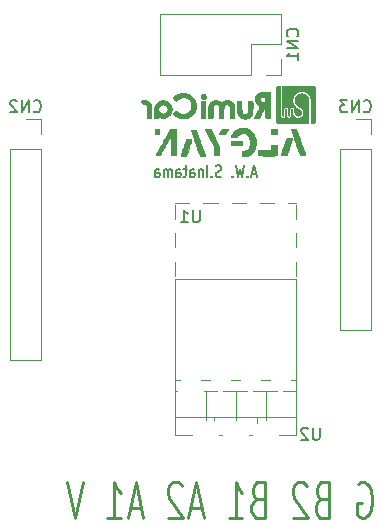
<source format=gbo>
G04 #@! TF.FileFunction,Legend,Bot*
%FSLAX46Y46*%
G04 Gerber Fmt 4.6, Leading zero omitted, Abs format (unit mm)*
G04 Created by KiCad (PCBNEW 4.0.7) date 06/11/20 10:54:36*
%MOMM*%
%LPD*%
G01*
G04 APERTURE LIST*
%ADD10C,0.100000*%
%ADD11C,0.150000*%
%ADD12C,0.250000*%
%ADD13C,0.120000*%
%ADD14C,0.010000*%
%ADD15C,2.000000*%
%ADD16R,2.100000X2.100000*%
%ADD17O,2.100000X2.100000*%
%ADD18R,3.400000X4.400000*%
%ADD19R,2.200000X2.200000*%
%ADD20O,2.200000X2.200000*%
%ADD21O,3.900000X3.900000*%
%ADD22R,2.000000X2.000000*%
%ADD23C,3.900000*%
G04 APERTURE END LIST*
D10*
D11*
X98284762Y-56681667D02*
X97903810Y-56681667D01*
X98360953Y-56967381D02*
X98094286Y-55967381D01*
X97827619Y-56967381D01*
X97560953Y-56872143D02*
X97522858Y-56919762D01*
X97560953Y-56967381D01*
X97599048Y-56919762D01*
X97560953Y-56872143D01*
X97560953Y-56967381D01*
X97256191Y-55967381D02*
X97065715Y-56967381D01*
X96913334Y-56253095D01*
X96760953Y-56967381D01*
X96570477Y-55967381D01*
X96265715Y-56872143D02*
X96227620Y-56919762D01*
X96265715Y-56967381D01*
X96303810Y-56919762D01*
X96265715Y-56872143D01*
X96265715Y-56967381D01*
X95313334Y-56919762D02*
X95199048Y-56967381D01*
X95008572Y-56967381D01*
X94932382Y-56919762D01*
X94894286Y-56872143D01*
X94856191Y-56776905D01*
X94856191Y-56681667D01*
X94894286Y-56586429D01*
X94932382Y-56538810D01*
X95008572Y-56491190D01*
X95160953Y-56443571D01*
X95237144Y-56395952D01*
X95275239Y-56348333D01*
X95313334Y-56253095D01*
X95313334Y-56157857D01*
X95275239Y-56062619D01*
X95237144Y-56015000D01*
X95160953Y-55967381D01*
X94970477Y-55967381D01*
X94856191Y-56015000D01*
X94513334Y-56872143D02*
X94475239Y-56919762D01*
X94513334Y-56967381D01*
X94551429Y-56919762D01*
X94513334Y-56872143D01*
X94513334Y-56967381D01*
X94132382Y-56967381D02*
X94132382Y-55967381D01*
X93751430Y-56300714D02*
X93751430Y-56967381D01*
X93751430Y-56395952D02*
X93713335Y-56348333D01*
X93637144Y-56300714D01*
X93522858Y-56300714D01*
X93446668Y-56348333D01*
X93408573Y-56443571D01*
X93408573Y-56967381D01*
X92684763Y-56967381D02*
X92684763Y-56443571D01*
X92722858Y-56348333D01*
X92799048Y-56300714D01*
X92951429Y-56300714D01*
X93027620Y-56348333D01*
X92684763Y-56919762D02*
X92760953Y-56967381D01*
X92951429Y-56967381D01*
X93027620Y-56919762D01*
X93065715Y-56824524D01*
X93065715Y-56729286D01*
X93027620Y-56634048D01*
X92951429Y-56586429D01*
X92760953Y-56586429D01*
X92684763Y-56538810D01*
X92418096Y-56300714D02*
X92113334Y-56300714D01*
X92303810Y-55967381D02*
X92303810Y-56824524D01*
X92265715Y-56919762D01*
X92189524Y-56967381D01*
X92113334Y-56967381D01*
X91503810Y-56967381D02*
X91503810Y-56443571D01*
X91541905Y-56348333D01*
X91618095Y-56300714D01*
X91770476Y-56300714D01*
X91846667Y-56348333D01*
X91503810Y-56919762D02*
X91580000Y-56967381D01*
X91770476Y-56967381D01*
X91846667Y-56919762D01*
X91884762Y-56824524D01*
X91884762Y-56729286D01*
X91846667Y-56634048D01*
X91770476Y-56586429D01*
X91580000Y-56586429D01*
X91503810Y-56538810D01*
X91122857Y-56967381D02*
X91122857Y-56300714D01*
X91122857Y-56395952D02*
X91084762Y-56348333D01*
X91008571Y-56300714D01*
X90894285Y-56300714D01*
X90818095Y-56348333D01*
X90780000Y-56443571D01*
X90780000Y-56967381D01*
X90780000Y-56443571D02*
X90741904Y-56348333D01*
X90665714Y-56300714D01*
X90551428Y-56300714D01*
X90475238Y-56348333D01*
X90437143Y-56443571D01*
X90437143Y-56967381D01*
X89713333Y-56967381D02*
X89713333Y-56443571D01*
X89751428Y-56348333D01*
X89827618Y-56300714D01*
X89979999Y-56300714D01*
X90056190Y-56348333D01*
X89713333Y-56919762D02*
X89789523Y-56967381D01*
X89979999Y-56967381D01*
X90056190Y-56919762D01*
X90094285Y-56824524D01*
X90094285Y-56729286D01*
X90056190Y-56634048D01*
X89979999Y-56586429D01*
X89789523Y-56586429D01*
X89713333Y-56538810D01*
D12*
X106916668Y-82955000D02*
X107107145Y-82812143D01*
X107392859Y-82812143D01*
X107678573Y-82955000D01*
X107869049Y-83240714D01*
X107964288Y-83526429D01*
X108059526Y-84097857D01*
X108059526Y-84526429D01*
X107964288Y-85097857D01*
X107869049Y-85383571D01*
X107678573Y-85669286D01*
X107392859Y-85812143D01*
X107202383Y-85812143D01*
X106916668Y-85669286D01*
X106821430Y-85526429D01*
X106821430Y-84526429D01*
X107202383Y-84526429D01*
X103773811Y-84240714D02*
X103488097Y-84383571D01*
X103392858Y-84526429D01*
X103297620Y-84812143D01*
X103297620Y-85240714D01*
X103392858Y-85526429D01*
X103488097Y-85669286D01*
X103678573Y-85812143D01*
X104440478Y-85812143D01*
X104440478Y-82812143D01*
X103773811Y-82812143D01*
X103583335Y-82955000D01*
X103488097Y-83097857D01*
X103392858Y-83383571D01*
X103392858Y-83669286D01*
X103488097Y-83955000D01*
X103583335Y-84097857D01*
X103773811Y-84240714D01*
X104440478Y-84240714D01*
X102535716Y-83097857D02*
X102440478Y-82955000D01*
X102250001Y-82812143D01*
X101773811Y-82812143D01*
X101583335Y-82955000D01*
X101488097Y-83097857D01*
X101392858Y-83383571D01*
X101392858Y-83669286D01*
X101488097Y-84097857D01*
X102630954Y-85812143D01*
X101392858Y-85812143D01*
X98345239Y-84240714D02*
X98059525Y-84383571D01*
X97964286Y-84526429D01*
X97869048Y-84812143D01*
X97869048Y-85240714D01*
X97964286Y-85526429D01*
X98059525Y-85669286D01*
X98250001Y-85812143D01*
X99011906Y-85812143D01*
X99011906Y-82812143D01*
X98345239Y-82812143D01*
X98154763Y-82955000D01*
X98059525Y-83097857D01*
X97964286Y-83383571D01*
X97964286Y-83669286D01*
X98059525Y-83955000D01*
X98154763Y-84097857D01*
X98345239Y-84240714D01*
X99011906Y-84240714D01*
X95964286Y-85812143D02*
X97107144Y-85812143D01*
X96535715Y-85812143D02*
X96535715Y-82812143D01*
X96726191Y-83240714D01*
X96916667Y-83526429D01*
X97107144Y-83669286D01*
X93678572Y-84955000D02*
X92726191Y-84955000D01*
X93869048Y-85812143D02*
X93202381Y-82812143D01*
X92535714Y-85812143D01*
X91964286Y-83097857D02*
X91869048Y-82955000D01*
X91678571Y-82812143D01*
X91202381Y-82812143D01*
X91011905Y-82955000D01*
X90916667Y-83097857D01*
X90821428Y-83383571D01*
X90821428Y-83669286D01*
X90916667Y-84097857D01*
X92059524Y-85812143D01*
X90821428Y-85812143D01*
X88535714Y-84955000D02*
X87583333Y-84955000D01*
X88726190Y-85812143D02*
X88059523Y-82812143D01*
X87392856Y-85812143D01*
X85678570Y-85812143D02*
X86821428Y-85812143D01*
X86249999Y-85812143D02*
X86249999Y-82812143D01*
X86440475Y-83240714D01*
X86630951Y-83526429D01*
X86821428Y-83669286D01*
X83583332Y-82812143D02*
X82916665Y-85812143D01*
X82249998Y-82812143D01*
D13*
X90110000Y-48320000D02*
X90110000Y-43120000D01*
X97790000Y-48320000D02*
X90110000Y-48320000D01*
X100390000Y-43120000D02*
X90110000Y-43120000D01*
X97790000Y-48320000D02*
X97790000Y-45720000D01*
X97790000Y-45720000D02*
X100390000Y-45720000D01*
X100390000Y-45720000D02*
X100390000Y-43120000D01*
X99060000Y-48320000D02*
X100390000Y-48320000D01*
X100390000Y-48320000D02*
X100390000Y-46990000D01*
X80070000Y-72450000D02*
X77410000Y-72450000D01*
X80070000Y-54610000D02*
X80070000Y-72450000D01*
X77410000Y-54610000D02*
X77410000Y-72450000D01*
X80070000Y-54610000D02*
X77410000Y-54610000D01*
X80070000Y-53340000D02*
X80070000Y-52010000D01*
X80070000Y-52010000D02*
X78740000Y-52010000D01*
X108010000Y-69910000D02*
X105350000Y-69910000D01*
X108010000Y-54610000D02*
X108010000Y-69910000D01*
X105350000Y-54610000D02*
X105350000Y-69910000D01*
X108010000Y-54610000D02*
X105350000Y-54610000D01*
X108010000Y-53340000D02*
X108010000Y-52010000D01*
X108010000Y-52010000D02*
X106680000Y-52010000D01*
X91400000Y-78820000D02*
X101640000Y-78820000D01*
X91400000Y-74179000D02*
X101640000Y-74179000D01*
X91400000Y-78820000D02*
X91400000Y-74179000D01*
X101640000Y-78820000D02*
X101640000Y-74179000D01*
X91400000Y-77310000D02*
X101640000Y-77310000D01*
X94670000Y-78820000D02*
X94670000Y-77310000D01*
X98370000Y-78820000D02*
X98370000Y-77310000D01*
X91400000Y-75050000D02*
X101640000Y-75050000D01*
X91400000Y-65560000D02*
X101640000Y-65560000D01*
X91400000Y-75050000D02*
X91400000Y-65560000D01*
X101640000Y-75050000D02*
X101640000Y-65560000D01*
X91400000Y-59160000D02*
X92600000Y-59160000D01*
X93799000Y-59160000D02*
X95000000Y-59160000D01*
X96200000Y-59160000D02*
X97400000Y-59160000D01*
X98600000Y-59160000D02*
X99800000Y-59160000D01*
X101000000Y-59160000D02*
X101640000Y-59160000D01*
X91400000Y-65320000D02*
X91400000Y-64120000D01*
X91400000Y-62920000D02*
X91400000Y-61720000D01*
X91400000Y-60520000D02*
X91400000Y-59320000D01*
X101640000Y-65320000D02*
X101640000Y-64120000D01*
X101640000Y-62920000D02*
X101640000Y-61720000D01*
X101640000Y-60520000D02*
X101640000Y-59320000D01*
X93980000Y-77690000D02*
X93980000Y-75050000D01*
X96520000Y-77674000D02*
X96520000Y-75050000D01*
X99060000Y-77674000D02*
X99060000Y-75050000D01*
D14*
G36*
X100489657Y-50472540D02*
X100489666Y-50632121D01*
X100489696Y-50777817D01*
X100489752Y-50910257D01*
X100489841Y-51030069D01*
X100489969Y-51137883D01*
X100490140Y-51234328D01*
X100490361Y-51320032D01*
X100490637Y-51395624D01*
X100490973Y-51461733D01*
X100491377Y-51518989D01*
X100491853Y-51568021D01*
X100492406Y-51609456D01*
X100493044Y-51643925D01*
X100493771Y-51672056D01*
X100494593Y-51694478D01*
X100495515Y-51711820D01*
X100496544Y-51724711D01*
X100497685Y-51733781D01*
X100498944Y-51739657D01*
X100500327Y-51742969D01*
X100501151Y-51743933D01*
X100515112Y-51749551D01*
X100524737Y-51745852D01*
X100527800Y-51742775D01*
X100530349Y-51736867D01*
X100532454Y-51726791D01*
X100534187Y-51711209D01*
X100535618Y-51688786D01*
X100536819Y-51658183D01*
X100537859Y-51618065D01*
X100538809Y-51567092D01*
X100539741Y-51503930D01*
X100540457Y-51448730D01*
X100544086Y-51159228D01*
X100564450Y-51117758D01*
X100594704Y-51070818D01*
X100632785Y-51034554D01*
X100676689Y-51008962D01*
X100724411Y-50994040D01*
X100773946Y-50989788D01*
X100823289Y-50996202D01*
X100870436Y-51013281D01*
X100913381Y-51041024D01*
X100950120Y-51079427D01*
X100973855Y-51118149D01*
X100994029Y-51159228D01*
X100997657Y-51448731D01*
X100998620Y-51521745D01*
X100999550Y-51581582D01*
X101000517Y-51629580D01*
X101001592Y-51667074D01*
X101002846Y-51695403D01*
X101004349Y-51715903D01*
X101006173Y-51729912D01*
X101008388Y-51738766D01*
X101011065Y-51743802D01*
X101013377Y-51745853D01*
X101027764Y-51749188D01*
X101036653Y-51744191D01*
X101039513Y-51740248D01*
X101041885Y-51732725D01*
X101043829Y-51720300D01*
X101045402Y-51701652D01*
X101046666Y-51675462D01*
X101047677Y-51640407D01*
X101048497Y-51595168D01*
X101049183Y-51538422D01*
X101049796Y-51468851D01*
X101049961Y-51447069D01*
X101052086Y-51159228D01*
X101072029Y-51121396D01*
X101100121Y-51076220D01*
X101132053Y-51041891D01*
X101171262Y-51014747D01*
X101173143Y-51013697D01*
X101193595Y-51003192D01*
X101211620Y-50996815D01*
X101232089Y-50993565D01*
X101259871Y-50992443D01*
X101277057Y-50992366D01*
X101311720Y-50993073D01*
X101336592Y-50995672D01*
X101356359Y-51000981D01*
X101375029Y-51009464D01*
X101422241Y-51041555D01*
X101461830Y-51083362D01*
X101482578Y-51115686D01*
X101488409Y-51127063D01*
X101492970Y-51137819D01*
X101496468Y-51149922D01*
X101499112Y-51165338D01*
X101501107Y-51186032D01*
X101502660Y-51213971D01*
X101503980Y-51251122D01*
X101505272Y-51299451D01*
X101506263Y-51340657D01*
X101507757Y-51392741D01*
X101509630Y-51441036D01*
X101511759Y-51483332D01*
X101514018Y-51517416D01*
X101516283Y-51541074D01*
X101518116Y-51551321D01*
X101543297Y-51606936D01*
X101578312Y-51655627D01*
X101621027Y-51694899D01*
X101661473Y-51718864D01*
X101723907Y-51740288D01*
X101785623Y-51747585D01*
X101845414Y-51740989D01*
X101902072Y-51720731D01*
X101954390Y-51687043D01*
X101987116Y-51656317D01*
X102021524Y-51613207D01*
X102044098Y-51569413D01*
X102056405Y-51520881D01*
X102060010Y-51467657D01*
X102059389Y-51433871D01*
X102056508Y-51408989D01*
X102050319Y-51387451D01*
X102040788Y-51365786D01*
X102021701Y-51330608D01*
X102000160Y-51300518D01*
X101974125Y-51273880D01*
X101941558Y-51249056D01*
X101900421Y-51224410D01*
X101848675Y-51198305D01*
X101810137Y-51180564D01*
X101771506Y-51162405D01*
X101732674Y-51142742D01*
X101698188Y-51123961D01*
X101672834Y-51108603D01*
X101591651Y-51046145D01*
X101519827Y-50973591D01*
X101458114Y-50892427D01*
X101407269Y-50804139D01*
X101368044Y-50710215D01*
X101341195Y-50612140D01*
X101327476Y-50511402D01*
X101326628Y-50426257D01*
X101338137Y-50316982D01*
X101361851Y-50215287D01*
X101398079Y-50120437D01*
X101447133Y-50031696D01*
X101509322Y-49948326D01*
X101544097Y-49909825D01*
X101620743Y-49839943D01*
X101705115Y-49781693D01*
X101795876Y-49735373D01*
X101891690Y-49701279D01*
X101991221Y-49679705D01*
X102093130Y-49670948D01*
X102196082Y-49675305D01*
X102298740Y-49693071D01*
X102392784Y-49721889D01*
X102486383Y-49764543D01*
X102573038Y-49819240D01*
X102651750Y-49884784D01*
X102721519Y-49959975D01*
X102781348Y-50043617D01*
X102830237Y-50134512D01*
X102867187Y-50231463D01*
X102888056Y-50315588D01*
X102889617Y-50325325D01*
X102891027Y-50337734D01*
X102892292Y-50353541D01*
X102893420Y-50373472D01*
X102894419Y-50398252D01*
X102895296Y-50428607D01*
X102896059Y-50465264D01*
X102896715Y-50508947D01*
X102897271Y-50560384D01*
X102897734Y-50620299D01*
X102898114Y-50689419D01*
X102898416Y-50768469D01*
X102898648Y-50858176D01*
X102898817Y-50959265D01*
X102898932Y-51072461D01*
X102899000Y-51198492D01*
X102899027Y-51338082D01*
X102899029Y-51385001D01*
X102899029Y-52396571D01*
X103122152Y-52396571D01*
X103151004Y-52365270D01*
X103188501Y-52317156D01*
X103215904Y-52266152D01*
X103226195Y-52236914D01*
X103232891Y-52215888D01*
X103239220Y-52200723D01*
X103241338Y-52197363D01*
X103242060Y-52189397D01*
X103242734Y-52167779D01*
X103243362Y-52133370D01*
X103243943Y-52087032D01*
X103244477Y-52029626D01*
X103244965Y-51962013D01*
X103245407Y-51885056D01*
X103245802Y-51799616D01*
X103246152Y-51706555D01*
X103246455Y-51606734D01*
X103246714Y-51501014D01*
X103246927Y-51390258D01*
X103247094Y-51275327D01*
X103247217Y-51157083D01*
X103247295Y-51036387D01*
X103247328Y-50914100D01*
X103247317Y-50791085D01*
X103247261Y-50668203D01*
X103247162Y-50546316D01*
X103247018Y-50426285D01*
X103246831Y-50308971D01*
X103246600Y-50195238D01*
X103246325Y-50085945D01*
X103246008Y-49981954D01*
X103245647Y-49884128D01*
X103245244Y-49793328D01*
X103244798Y-49710415D01*
X103244309Y-49636251D01*
X103243778Y-49571698D01*
X103243205Y-49517617D01*
X103242590Y-49474870D01*
X103241934Y-49444318D01*
X103241235Y-49426823D01*
X103240758Y-49422858D01*
X103234592Y-49408883D01*
X103226215Y-49387244D01*
X103221429Y-49373971D01*
X103200719Y-49326763D01*
X103172520Y-49284956D01*
X103136440Y-49246343D01*
X103099055Y-49210686D01*
X100489657Y-49210686D01*
X100489657Y-50472540D01*
X100489657Y-50472540D01*
G37*
X100489657Y-50472540D02*
X100489666Y-50632121D01*
X100489696Y-50777817D01*
X100489752Y-50910257D01*
X100489841Y-51030069D01*
X100489969Y-51137883D01*
X100490140Y-51234328D01*
X100490361Y-51320032D01*
X100490637Y-51395624D01*
X100490973Y-51461733D01*
X100491377Y-51518989D01*
X100491853Y-51568021D01*
X100492406Y-51609456D01*
X100493044Y-51643925D01*
X100493771Y-51672056D01*
X100494593Y-51694478D01*
X100495515Y-51711820D01*
X100496544Y-51724711D01*
X100497685Y-51733781D01*
X100498944Y-51739657D01*
X100500327Y-51742969D01*
X100501151Y-51743933D01*
X100515112Y-51749551D01*
X100524737Y-51745852D01*
X100527800Y-51742775D01*
X100530349Y-51736867D01*
X100532454Y-51726791D01*
X100534187Y-51711209D01*
X100535618Y-51688786D01*
X100536819Y-51658183D01*
X100537859Y-51618065D01*
X100538809Y-51567092D01*
X100539741Y-51503930D01*
X100540457Y-51448730D01*
X100544086Y-51159228D01*
X100564450Y-51117758D01*
X100594704Y-51070818D01*
X100632785Y-51034554D01*
X100676689Y-51008962D01*
X100724411Y-50994040D01*
X100773946Y-50989788D01*
X100823289Y-50996202D01*
X100870436Y-51013281D01*
X100913381Y-51041024D01*
X100950120Y-51079427D01*
X100973855Y-51118149D01*
X100994029Y-51159228D01*
X100997657Y-51448731D01*
X100998620Y-51521745D01*
X100999550Y-51581582D01*
X101000517Y-51629580D01*
X101001592Y-51667074D01*
X101002846Y-51695403D01*
X101004349Y-51715903D01*
X101006173Y-51729912D01*
X101008388Y-51738766D01*
X101011065Y-51743802D01*
X101013377Y-51745853D01*
X101027764Y-51749188D01*
X101036653Y-51744191D01*
X101039513Y-51740248D01*
X101041885Y-51732725D01*
X101043829Y-51720300D01*
X101045402Y-51701652D01*
X101046666Y-51675462D01*
X101047677Y-51640407D01*
X101048497Y-51595168D01*
X101049183Y-51538422D01*
X101049796Y-51468851D01*
X101049961Y-51447069D01*
X101052086Y-51159228D01*
X101072029Y-51121396D01*
X101100121Y-51076220D01*
X101132053Y-51041891D01*
X101171262Y-51014747D01*
X101173143Y-51013697D01*
X101193595Y-51003192D01*
X101211620Y-50996815D01*
X101232089Y-50993565D01*
X101259871Y-50992443D01*
X101277057Y-50992366D01*
X101311720Y-50993073D01*
X101336592Y-50995672D01*
X101356359Y-51000981D01*
X101375029Y-51009464D01*
X101422241Y-51041555D01*
X101461830Y-51083362D01*
X101482578Y-51115686D01*
X101488409Y-51127063D01*
X101492970Y-51137819D01*
X101496468Y-51149922D01*
X101499112Y-51165338D01*
X101501107Y-51186032D01*
X101502660Y-51213971D01*
X101503980Y-51251122D01*
X101505272Y-51299451D01*
X101506263Y-51340657D01*
X101507757Y-51392741D01*
X101509630Y-51441036D01*
X101511759Y-51483332D01*
X101514018Y-51517416D01*
X101516283Y-51541074D01*
X101518116Y-51551321D01*
X101543297Y-51606936D01*
X101578312Y-51655627D01*
X101621027Y-51694899D01*
X101661473Y-51718864D01*
X101723907Y-51740288D01*
X101785623Y-51747585D01*
X101845414Y-51740989D01*
X101902072Y-51720731D01*
X101954390Y-51687043D01*
X101987116Y-51656317D01*
X102021524Y-51613207D01*
X102044098Y-51569413D01*
X102056405Y-51520881D01*
X102060010Y-51467657D01*
X102059389Y-51433871D01*
X102056508Y-51408989D01*
X102050319Y-51387451D01*
X102040788Y-51365786D01*
X102021701Y-51330608D01*
X102000160Y-51300518D01*
X101974125Y-51273880D01*
X101941558Y-51249056D01*
X101900421Y-51224410D01*
X101848675Y-51198305D01*
X101810137Y-51180564D01*
X101771506Y-51162405D01*
X101732674Y-51142742D01*
X101698188Y-51123961D01*
X101672834Y-51108603D01*
X101591651Y-51046145D01*
X101519827Y-50973591D01*
X101458114Y-50892427D01*
X101407269Y-50804139D01*
X101368044Y-50710215D01*
X101341195Y-50612140D01*
X101327476Y-50511402D01*
X101326628Y-50426257D01*
X101338137Y-50316982D01*
X101361851Y-50215287D01*
X101398079Y-50120437D01*
X101447133Y-50031696D01*
X101509322Y-49948326D01*
X101544097Y-49909825D01*
X101620743Y-49839943D01*
X101705115Y-49781693D01*
X101795876Y-49735373D01*
X101891690Y-49701279D01*
X101991221Y-49679705D01*
X102093130Y-49670948D01*
X102196082Y-49675305D01*
X102298740Y-49693071D01*
X102392784Y-49721889D01*
X102486383Y-49764543D01*
X102573038Y-49819240D01*
X102651750Y-49884784D01*
X102721519Y-49959975D01*
X102781348Y-50043617D01*
X102830237Y-50134512D01*
X102867187Y-50231463D01*
X102888056Y-50315588D01*
X102889617Y-50325325D01*
X102891027Y-50337734D01*
X102892292Y-50353541D01*
X102893420Y-50373472D01*
X102894419Y-50398252D01*
X102895296Y-50428607D01*
X102896059Y-50465264D01*
X102896715Y-50508947D01*
X102897271Y-50560384D01*
X102897734Y-50620299D01*
X102898114Y-50689419D01*
X102898416Y-50768469D01*
X102898648Y-50858176D01*
X102898817Y-50959265D01*
X102898932Y-51072461D01*
X102899000Y-51198492D01*
X102899027Y-51338082D01*
X102899029Y-51385001D01*
X102899029Y-52396571D01*
X103122152Y-52396571D01*
X103151004Y-52365270D01*
X103188501Y-52317156D01*
X103215904Y-52266152D01*
X103226195Y-52236914D01*
X103232891Y-52215888D01*
X103239220Y-52200723D01*
X103241338Y-52197363D01*
X103242060Y-52189397D01*
X103242734Y-52167779D01*
X103243362Y-52133370D01*
X103243943Y-52087032D01*
X103244477Y-52029626D01*
X103244965Y-51962013D01*
X103245407Y-51885056D01*
X103245802Y-51799616D01*
X103246152Y-51706555D01*
X103246455Y-51606734D01*
X103246714Y-51501014D01*
X103246927Y-51390258D01*
X103247094Y-51275327D01*
X103247217Y-51157083D01*
X103247295Y-51036387D01*
X103247328Y-50914100D01*
X103247317Y-50791085D01*
X103247261Y-50668203D01*
X103247162Y-50546316D01*
X103247018Y-50426285D01*
X103246831Y-50308971D01*
X103246600Y-50195238D01*
X103246325Y-50085945D01*
X103246008Y-49981954D01*
X103245647Y-49884128D01*
X103245244Y-49793328D01*
X103244798Y-49710415D01*
X103244309Y-49636251D01*
X103243778Y-49571698D01*
X103243205Y-49517617D01*
X103242590Y-49474870D01*
X103241934Y-49444318D01*
X103241235Y-49426823D01*
X103240758Y-49422858D01*
X103234592Y-49408883D01*
X103226215Y-49387244D01*
X103221429Y-49373971D01*
X103200719Y-49326763D01*
X103172520Y-49284956D01*
X103136440Y-49246343D01*
X103099055Y-49210686D01*
X100489657Y-49210686D01*
X100489657Y-50472540D01*
G36*
X100047959Y-49250850D02*
X100003072Y-49301654D01*
X99978603Y-49342142D01*
X99952629Y-49393270D01*
X99952629Y-52235001D01*
X99979843Y-52284210D01*
X99998061Y-52313804D01*
X100019160Y-52343201D01*
X100037629Y-52364995D01*
X100068201Y-52396571D01*
X102696165Y-52396571D01*
X102693961Y-51364243D01*
X102693648Y-51220945D01*
X102693342Y-51091430D01*
X102693035Y-50974970D01*
X102692715Y-50870833D01*
X102692371Y-50778289D01*
X102691995Y-50696607D01*
X102691574Y-50625058D01*
X102691100Y-50562911D01*
X102690560Y-50509436D01*
X102689946Y-50463902D01*
X102689247Y-50425579D01*
X102688451Y-50393737D01*
X102687550Y-50367646D01*
X102686532Y-50346575D01*
X102685387Y-50329793D01*
X102684105Y-50316571D01*
X102682675Y-50306179D01*
X102681087Y-50297885D01*
X102679330Y-50290960D01*
X102678656Y-50288666D01*
X102645289Y-50201974D01*
X102600856Y-50124184D01*
X102546210Y-50055919D01*
X102482205Y-49997799D01*
X102409695Y-49950446D01*
X102329535Y-49914482D01*
X102242577Y-49890528D01*
X102149676Y-49879206D01*
X102115036Y-49878343D01*
X102042689Y-49881524D01*
X101978174Y-49891903D01*
X101916086Y-49910730D01*
X101851017Y-49939255D01*
X101850371Y-49939575D01*
X101773077Y-49985088D01*
X101706355Y-50040120D01*
X101649328Y-50105537D01*
X101601122Y-50182205D01*
X101596817Y-50190400D01*
X101567485Y-50255373D01*
X101547949Y-50319552D01*
X101537144Y-50387548D01*
X101533995Y-50461811D01*
X101538854Y-50547667D01*
X101553639Y-50624829D01*
X101579194Y-50695922D01*
X101616364Y-50763573D01*
X101643265Y-50801857D01*
X101685128Y-50850985D01*
X101733038Y-50894896D01*
X101789153Y-50935157D01*
X101855633Y-50973334D01*
X101926828Y-51007527D01*
X101986058Y-51035265D01*
X102034046Y-51060845D01*
X102073532Y-51085989D01*
X102107261Y-51112423D01*
X102133971Y-51137722D01*
X102183157Y-51197716D01*
X102222422Y-51267134D01*
X102243370Y-51318955D01*
X102252020Y-51345106D01*
X102257830Y-51367802D01*
X102261359Y-51391200D01*
X102263166Y-51419458D01*
X102263810Y-51456734D01*
X102263862Y-51471286D01*
X102263525Y-51513844D01*
X102262032Y-51545921D01*
X102258920Y-51571535D01*
X102253727Y-51594702D01*
X102247220Y-51615802D01*
X102214556Y-51696023D01*
X102173890Y-51764448D01*
X102124391Y-51821901D01*
X102065222Y-51869206D01*
X101995551Y-51907190D01*
X101926388Y-51933093D01*
X101874785Y-51944657D01*
X101816042Y-51950472D01*
X101755254Y-51950536D01*
X101697516Y-51944849D01*
X101647921Y-51933409D01*
X101647171Y-51933163D01*
X101590471Y-51911627D01*
X101541981Y-51886301D01*
X101496898Y-51854205D01*
X101450422Y-51812358D01*
X101446804Y-51808801D01*
X101415540Y-51776661D01*
X101392330Y-51749242D01*
X101373907Y-51722189D01*
X101356999Y-51691145D01*
X101354145Y-51685371D01*
X101338544Y-51651579D01*
X101326374Y-51619866D01*
X101317227Y-51587705D01*
X101310698Y-51552573D01*
X101306380Y-51511945D01*
X101303866Y-51463295D01*
X101302750Y-51404098D01*
X101302583Y-51365131D01*
X101302410Y-51312403D01*
X101301902Y-51272349D01*
X101300929Y-51243128D01*
X101299364Y-51222901D01*
X101297078Y-51209828D01*
X101293944Y-51202070D01*
X101290963Y-51198638D01*
X101277001Y-51193020D01*
X101267377Y-51196718D01*
X101264332Y-51199777D01*
X101261795Y-51205654D01*
X101259697Y-51215675D01*
X101257968Y-51231171D01*
X101256539Y-51253469D01*
X101255340Y-51283898D01*
X101254302Y-51323787D01*
X101253356Y-51374463D01*
X101252432Y-51437257D01*
X101251657Y-51497469D01*
X101250735Y-51570424D01*
X101249887Y-51630327D01*
X101249023Y-51678641D01*
X101248050Y-51716827D01*
X101246878Y-51746348D01*
X101245414Y-51768665D01*
X101243569Y-51785240D01*
X101241249Y-51797536D01*
X101238364Y-51807013D01*
X101234823Y-51815135D01*
X101231386Y-51821770D01*
X101197964Y-51870630D01*
X101156462Y-51908889D01*
X101108707Y-51935728D01*
X101056525Y-51950331D01*
X101001744Y-51951879D01*
X100959072Y-51943698D01*
X100911513Y-51922824D01*
X100868385Y-51890434D01*
X100833232Y-51849502D01*
X100819877Y-51826999D01*
X100798086Y-51784412D01*
X100794457Y-51494375D01*
X100793495Y-51421288D01*
X100792566Y-51361380D01*
X100791601Y-51313313D01*
X100790527Y-51275754D01*
X100789276Y-51247365D01*
X100787775Y-51226811D01*
X100785956Y-51212757D01*
X100783746Y-51203866D01*
X100781076Y-51198802D01*
X100778737Y-51196718D01*
X100764463Y-51193398D01*
X100755151Y-51198638D01*
X100752190Y-51202460D01*
X100749776Y-51209435D01*
X100747857Y-51220925D01*
X100746377Y-51238296D01*
X100745282Y-51262910D01*
X100744518Y-51296131D01*
X100744029Y-51339323D01*
X100743763Y-51393848D01*
X100743663Y-51461072D01*
X100743657Y-51486416D01*
X100743619Y-51557767D01*
X100743458Y-51616162D01*
X100743101Y-51663157D01*
X100742475Y-51700309D01*
X100741508Y-51729177D01*
X100740128Y-51751316D01*
X100738263Y-51768286D01*
X100735840Y-51781642D01*
X100732788Y-51792942D01*
X100729032Y-51803743D01*
X100728901Y-51804095D01*
X100703694Y-51851882D01*
X100667382Y-51893490D01*
X100623118Y-51925450D01*
X100614585Y-51929892D01*
X100570272Y-51944953D01*
X100520479Y-51950985D01*
X100470585Y-51947870D01*
X100425964Y-51935486D01*
X100422918Y-51934153D01*
X100387458Y-51912544D01*
X100352539Y-51881692D01*
X100322843Y-51846266D01*
X100305834Y-51817425D01*
X100290086Y-51783343D01*
X100288193Y-50497014D01*
X100286299Y-49210686D01*
X100091342Y-49210686D01*
X100047959Y-49250850D01*
X100047959Y-49250850D01*
G37*
X100047959Y-49250850D02*
X100003072Y-49301654D01*
X99978603Y-49342142D01*
X99952629Y-49393270D01*
X99952629Y-52235001D01*
X99979843Y-52284210D01*
X99998061Y-52313804D01*
X100019160Y-52343201D01*
X100037629Y-52364995D01*
X100068201Y-52396571D01*
X102696165Y-52396571D01*
X102693961Y-51364243D01*
X102693648Y-51220945D01*
X102693342Y-51091430D01*
X102693035Y-50974970D01*
X102692715Y-50870833D01*
X102692371Y-50778289D01*
X102691995Y-50696607D01*
X102691574Y-50625058D01*
X102691100Y-50562911D01*
X102690560Y-50509436D01*
X102689946Y-50463902D01*
X102689247Y-50425579D01*
X102688451Y-50393737D01*
X102687550Y-50367646D01*
X102686532Y-50346575D01*
X102685387Y-50329793D01*
X102684105Y-50316571D01*
X102682675Y-50306179D01*
X102681087Y-50297885D01*
X102679330Y-50290960D01*
X102678656Y-50288666D01*
X102645289Y-50201974D01*
X102600856Y-50124184D01*
X102546210Y-50055919D01*
X102482205Y-49997799D01*
X102409695Y-49950446D01*
X102329535Y-49914482D01*
X102242577Y-49890528D01*
X102149676Y-49879206D01*
X102115036Y-49878343D01*
X102042689Y-49881524D01*
X101978174Y-49891903D01*
X101916086Y-49910730D01*
X101851017Y-49939255D01*
X101850371Y-49939575D01*
X101773077Y-49985088D01*
X101706355Y-50040120D01*
X101649328Y-50105537D01*
X101601122Y-50182205D01*
X101596817Y-50190400D01*
X101567485Y-50255373D01*
X101547949Y-50319552D01*
X101537144Y-50387548D01*
X101533995Y-50461811D01*
X101538854Y-50547667D01*
X101553639Y-50624829D01*
X101579194Y-50695922D01*
X101616364Y-50763573D01*
X101643265Y-50801857D01*
X101685128Y-50850985D01*
X101733038Y-50894896D01*
X101789153Y-50935157D01*
X101855633Y-50973334D01*
X101926828Y-51007527D01*
X101986058Y-51035265D01*
X102034046Y-51060845D01*
X102073532Y-51085989D01*
X102107261Y-51112423D01*
X102133971Y-51137722D01*
X102183157Y-51197716D01*
X102222422Y-51267134D01*
X102243370Y-51318955D01*
X102252020Y-51345106D01*
X102257830Y-51367802D01*
X102261359Y-51391200D01*
X102263166Y-51419458D01*
X102263810Y-51456734D01*
X102263862Y-51471286D01*
X102263525Y-51513844D01*
X102262032Y-51545921D01*
X102258920Y-51571535D01*
X102253727Y-51594702D01*
X102247220Y-51615802D01*
X102214556Y-51696023D01*
X102173890Y-51764448D01*
X102124391Y-51821901D01*
X102065222Y-51869206D01*
X101995551Y-51907190D01*
X101926388Y-51933093D01*
X101874785Y-51944657D01*
X101816042Y-51950472D01*
X101755254Y-51950536D01*
X101697516Y-51944849D01*
X101647921Y-51933409D01*
X101647171Y-51933163D01*
X101590471Y-51911627D01*
X101541981Y-51886301D01*
X101496898Y-51854205D01*
X101450422Y-51812358D01*
X101446804Y-51808801D01*
X101415540Y-51776661D01*
X101392330Y-51749242D01*
X101373907Y-51722189D01*
X101356999Y-51691145D01*
X101354145Y-51685371D01*
X101338544Y-51651579D01*
X101326374Y-51619866D01*
X101317227Y-51587705D01*
X101310698Y-51552573D01*
X101306380Y-51511945D01*
X101303866Y-51463295D01*
X101302750Y-51404098D01*
X101302583Y-51365131D01*
X101302410Y-51312403D01*
X101301902Y-51272349D01*
X101300929Y-51243128D01*
X101299364Y-51222901D01*
X101297078Y-51209828D01*
X101293944Y-51202070D01*
X101290963Y-51198638D01*
X101277001Y-51193020D01*
X101267377Y-51196718D01*
X101264332Y-51199777D01*
X101261795Y-51205654D01*
X101259697Y-51215675D01*
X101257968Y-51231171D01*
X101256539Y-51253469D01*
X101255340Y-51283898D01*
X101254302Y-51323787D01*
X101253356Y-51374463D01*
X101252432Y-51437257D01*
X101251657Y-51497469D01*
X101250735Y-51570424D01*
X101249887Y-51630327D01*
X101249023Y-51678641D01*
X101248050Y-51716827D01*
X101246878Y-51746348D01*
X101245414Y-51768665D01*
X101243569Y-51785240D01*
X101241249Y-51797536D01*
X101238364Y-51807013D01*
X101234823Y-51815135D01*
X101231386Y-51821770D01*
X101197964Y-51870630D01*
X101156462Y-51908889D01*
X101108707Y-51935728D01*
X101056525Y-51950331D01*
X101001744Y-51951879D01*
X100959072Y-51943698D01*
X100911513Y-51922824D01*
X100868385Y-51890434D01*
X100833232Y-51849502D01*
X100819877Y-51826999D01*
X100798086Y-51784412D01*
X100794457Y-51494375D01*
X100793495Y-51421288D01*
X100792566Y-51361380D01*
X100791601Y-51313313D01*
X100790527Y-51275754D01*
X100789276Y-51247365D01*
X100787775Y-51226811D01*
X100785956Y-51212757D01*
X100783746Y-51203866D01*
X100781076Y-51198802D01*
X100778737Y-51196718D01*
X100764463Y-51193398D01*
X100755151Y-51198638D01*
X100752190Y-51202460D01*
X100749776Y-51209435D01*
X100747857Y-51220925D01*
X100746377Y-51238296D01*
X100745282Y-51262910D01*
X100744518Y-51296131D01*
X100744029Y-51339323D01*
X100743763Y-51393848D01*
X100743663Y-51461072D01*
X100743657Y-51486416D01*
X100743619Y-51557767D01*
X100743458Y-51616162D01*
X100743101Y-51663157D01*
X100742475Y-51700309D01*
X100741508Y-51729177D01*
X100740128Y-51751316D01*
X100738263Y-51768286D01*
X100735840Y-51781642D01*
X100732788Y-51792942D01*
X100729032Y-51803743D01*
X100728901Y-51804095D01*
X100703694Y-51851882D01*
X100667382Y-51893490D01*
X100623118Y-51925450D01*
X100614585Y-51929892D01*
X100570272Y-51944953D01*
X100520479Y-51950985D01*
X100470585Y-51947870D01*
X100425964Y-51935486D01*
X100422918Y-51934153D01*
X100387458Y-51912544D01*
X100352539Y-51881692D01*
X100322843Y-51846266D01*
X100305834Y-51817425D01*
X100290086Y-51783343D01*
X100288193Y-50497014D01*
X100286299Y-49210686D01*
X100091342Y-49210686D01*
X100047959Y-49250850D01*
G36*
X96736726Y-50485927D02*
X96702373Y-50486908D01*
X96679001Y-50488714D01*
X96665143Y-50491405D01*
X96660481Y-50493709D01*
X96657982Y-50497269D01*
X96655908Y-50504227D01*
X96654238Y-50515762D01*
X96652954Y-50533056D01*
X96652035Y-50557288D01*
X96651462Y-50589638D01*
X96651216Y-50631288D01*
X96651277Y-50683416D01*
X96651625Y-50747203D01*
X96652242Y-50823830D01*
X96653108Y-50914476D01*
X96653272Y-50930662D01*
X96654396Y-51032544D01*
X96655601Y-51120522D01*
X96656964Y-51196087D01*
X96658564Y-51260730D01*
X96660480Y-51315939D01*
X96662788Y-51363207D01*
X96665568Y-51404023D01*
X96668897Y-51439877D01*
X96672854Y-51472260D01*
X96677517Y-51502662D01*
X96682964Y-51532573D01*
X96685509Y-51545370D01*
X96711467Y-51636948D01*
X96750043Y-51720237D01*
X96800410Y-51794455D01*
X96861744Y-51858816D01*
X96933221Y-51912537D01*
X97014016Y-51954834D01*
X97103304Y-51984922D01*
X97160200Y-51996722D01*
X97220113Y-52003720D01*
X97286769Y-52006997D01*
X97354397Y-52006553D01*
X97417226Y-52002386D01*
X97458065Y-51996756D01*
X97554125Y-51972608D01*
X97640174Y-51936782D01*
X97716168Y-51889314D01*
X97782065Y-51830237D01*
X97837822Y-51759587D01*
X97883394Y-51677398D01*
X97897393Y-51644757D01*
X97909955Y-51610055D01*
X97920833Y-51572482D01*
X97930120Y-51530838D01*
X97937908Y-51483922D01*
X97944288Y-51430533D01*
X97949351Y-51369472D01*
X97953191Y-51299537D01*
X97955898Y-51219527D01*
X97957564Y-51128242D01*
X97958281Y-51024481D01*
X97958141Y-50907043D01*
X97957853Y-50853879D01*
X97955485Y-50488272D01*
X97779420Y-50486201D01*
X97714877Y-50485752D01*
X97664858Y-50486120D01*
X97628515Y-50487337D01*
X97604998Y-50489433D01*
X97593458Y-50492438D01*
X97592769Y-50492916D01*
X97590442Y-50497086D01*
X97588465Y-50506167D01*
X97586810Y-50521268D01*
X97585450Y-50543498D01*
X97584358Y-50573965D01*
X97583505Y-50613779D01*
X97582866Y-50664046D01*
X97582412Y-50725877D01*
X97582117Y-50800380D01*
X97581952Y-50888663D01*
X97581913Y-50933715D01*
X97581776Y-51035894D01*
X97581438Y-51123968D01*
X97580811Y-51199227D01*
X97579802Y-51262960D01*
X97578321Y-51316456D01*
X97576278Y-51361004D01*
X97573581Y-51397893D01*
X97570140Y-51428413D01*
X97565864Y-51453853D01*
X97560663Y-51475500D01*
X97554446Y-51494646D01*
X97547121Y-51512579D01*
X97540117Y-51527504D01*
X97508297Y-51575903D01*
X97466161Y-51614666D01*
X97415920Y-51643102D01*
X97359783Y-51660520D01*
X97299963Y-51666232D01*
X97238670Y-51659545D01*
X97179107Y-51640212D01*
X97133838Y-51612138D01*
X97094318Y-51571576D01*
X97062313Y-51520906D01*
X97039588Y-51462511D01*
X97035462Y-51446545D01*
X97033112Y-51431408D01*
X97030989Y-51406723D01*
X97029070Y-51371725D01*
X97027334Y-51325647D01*
X97025757Y-51267722D01*
X97024319Y-51197183D01*
X97022996Y-51113264D01*
X97021767Y-51015198D01*
X97021035Y-50946242D01*
X97016455Y-50488272D01*
X96844242Y-50486198D01*
X96783527Y-50485710D01*
X96736726Y-50485927D01*
X96736726Y-50485927D01*
G37*
X96736726Y-50485927D02*
X96702373Y-50486908D01*
X96679001Y-50488714D01*
X96665143Y-50491405D01*
X96660481Y-50493709D01*
X96657982Y-50497269D01*
X96655908Y-50504227D01*
X96654238Y-50515762D01*
X96652954Y-50533056D01*
X96652035Y-50557288D01*
X96651462Y-50589638D01*
X96651216Y-50631288D01*
X96651277Y-50683416D01*
X96651625Y-50747203D01*
X96652242Y-50823830D01*
X96653108Y-50914476D01*
X96653272Y-50930662D01*
X96654396Y-51032544D01*
X96655601Y-51120522D01*
X96656964Y-51196087D01*
X96658564Y-51260730D01*
X96660480Y-51315939D01*
X96662788Y-51363207D01*
X96665568Y-51404023D01*
X96668897Y-51439877D01*
X96672854Y-51472260D01*
X96677517Y-51502662D01*
X96682964Y-51532573D01*
X96685509Y-51545370D01*
X96711467Y-51636948D01*
X96750043Y-51720237D01*
X96800410Y-51794455D01*
X96861744Y-51858816D01*
X96933221Y-51912537D01*
X97014016Y-51954834D01*
X97103304Y-51984922D01*
X97160200Y-51996722D01*
X97220113Y-52003720D01*
X97286769Y-52006997D01*
X97354397Y-52006553D01*
X97417226Y-52002386D01*
X97458065Y-51996756D01*
X97554125Y-51972608D01*
X97640174Y-51936782D01*
X97716168Y-51889314D01*
X97782065Y-51830237D01*
X97837822Y-51759587D01*
X97883394Y-51677398D01*
X97897393Y-51644757D01*
X97909955Y-51610055D01*
X97920833Y-51572482D01*
X97930120Y-51530838D01*
X97937908Y-51483922D01*
X97944288Y-51430533D01*
X97949351Y-51369472D01*
X97953191Y-51299537D01*
X97955898Y-51219527D01*
X97957564Y-51128242D01*
X97958281Y-51024481D01*
X97958141Y-50907043D01*
X97957853Y-50853879D01*
X97955485Y-50488272D01*
X97779420Y-50486201D01*
X97714877Y-50485752D01*
X97664858Y-50486120D01*
X97628515Y-50487337D01*
X97604998Y-50489433D01*
X97593458Y-50492438D01*
X97592769Y-50492916D01*
X97590442Y-50497086D01*
X97588465Y-50506167D01*
X97586810Y-50521268D01*
X97585450Y-50543498D01*
X97584358Y-50573965D01*
X97583505Y-50613779D01*
X97582866Y-50664046D01*
X97582412Y-50725877D01*
X97582117Y-50800380D01*
X97581952Y-50888663D01*
X97581913Y-50933715D01*
X97581776Y-51035894D01*
X97581438Y-51123968D01*
X97580811Y-51199227D01*
X97579802Y-51262960D01*
X97578321Y-51316456D01*
X97576278Y-51361004D01*
X97573581Y-51397893D01*
X97570140Y-51428413D01*
X97565864Y-51453853D01*
X97560663Y-51475500D01*
X97554446Y-51494646D01*
X97547121Y-51512579D01*
X97540117Y-51527504D01*
X97508297Y-51575903D01*
X97466161Y-51614666D01*
X97415920Y-51643102D01*
X97359783Y-51660520D01*
X97299963Y-51666232D01*
X97238670Y-51659545D01*
X97179107Y-51640212D01*
X97133838Y-51612138D01*
X97094318Y-51571576D01*
X97062313Y-51520906D01*
X97039588Y-51462511D01*
X97035462Y-51446545D01*
X97033112Y-51431408D01*
X97030989Y-51406723D01*
X97029070Y-51371725D01*
X97027334Y-51325647D01*
X97025757Y-51267722D01*
X97024319Y-51197183D01*
X97022996Y-51113264D01*
X97021767Y-51015198D01*
X97021035Y-50946242D01*
X97016455Y-50488272D01*
X96844242Y-50486198D01*
X96783527Y-50485710D01*
X96736726Y-50485927D01*
G36*
X91947516Y-49852738D02*
X91817595Y-49874327D01*
X91692427Y-49910496D01*
X91571507Y-49961397D01*
X91454331Y-50027183D01*
X91430235Y-50042848D01*
X91393936Y-50068566D01*
X91356151Y-50098023D01*
X91318872Y-50129360D01*
X91284093Y-50160715D01*
X91253805Y-50190229D01*
X91230002Y-50216041D01*
X91214675Y-50236292D01*
X91209780Y-50248652D01*
X91215476Y-50258843D01*
X91230751Y-50277207D01*
X91253576Y-50301808D01*
X91281921Y-50330711D01*
X91313757Y-50361978D01*
X91347054Y-50393675D01*
X91379782Y-50423864D01*
X91409912Y-50450610D01*
X91435414Y-50471977D01*
X91454259Y-50486027D01*
X91463605Y-50490786D01*
X91477232Y-50487219D01*
X91498378Y-50472853D01*
X91527919Y-50447070D01*
X91534698Y-50440693D01*
X91621549Y-50368542D01*
X91716640Y-50308818D01*
X91818336Y-50262455D01*
X91883866Y-50240866D01*
X91936762Y-50229322D01*
X91999273Y-50221088D01*
X92065910Y-50216484D01*
X92131188Y-50215832D01*
X92189620Y-50219453D01*
X92208083Y-50221889D01*
X92303512Y-50244409D01*
X92394099Y-50280722D01*
X92478491Y-50329627D01*
X92555337Y-50389925D01*
X92623285Y-50460416D01*
X92680983Y-50539899D01*
X92727079Y-50627175D01*
X92756854Y-50709060D01*
X92766950Y-50755603D01*
X92773990Y-50812675D01*
X92777825Y-50875688D01*
X92778310Y-50940054D01*
X92775297Y-51001186D01*
X92768639Y-51054496D01*
X92768026Y-51057848D01*
X92742199Y-51156184D01*
X92703481Y-51246934D01*
X92652789Y-51329315D01*
X92591039Y-51402548D01*
X92519149Y-51465850D01*
X92438036Y-51518440D01*
X92348617Y-51559536D01*
X92251808Y-51588358D01*
X92148527Y-51604124D01*
X92125030Y-51605762D01*
X92029970Y-51606339D01*
X91941119Y-51596696D01*
X91856555Y-51576099D01*
X91774354Y-51543812D01*
X91692590Y-51499098D01*
X91609341Y-51441222D01*
X91534709Y-51380029D01*
X91508148Y-51357328D01*
X91485662Y-51338964D01*
X91469840Y-51326997D01*
X91463528Y-51323394D01*
X91455774Y-51328817D01*
X91439615Y-51343781D01*
X91416881Y-51366328D01*
X91389403Y-51394501D01*
X91359010Y-51426341D01*
X91327533Y-51459891D01*
X91296800Y-51493192D01*
X91268643Y-51524287D01*
X91244891Y-51551218D01*
X91227375Y-51572027D01*
X91217924Y-51584756D01*
X91216788Y-51587378D01*
X91222740Y-51598966D01*
X91239504Y-51618118D01*
X91265444Y-51643342D01*
X91298921Y-51673148D01*
X91338299Y-51706044D01*
X91381941Y-51740539D01*
X91400288Y-51754499D01*
X91508446Y-51826789D01*
X91621461Y-51884659D01*
X91738924Y-51927929D01*
X91860424Y-51956424D01*
X91871030Y-51958176D01*
X91925145Y-51965014D01*
X91987962Y-51970045D01*
X92054484Y-51973102D01*
X92119717Y-51974015D01*
X92178664Y-51972618D01*
X92217011Y-51969822D01*
X92347084Y-51949813D01*
X92467877Y-51917812D01*
X92580191Y-51873457D01*
X92684830Y-51816387D01*
X92782598Y-51746239D01*
X92853513Y-51683269D01*
X92935165Y-51595001D01*
X93003913Y-51500259D01*
X93060433Y-51397798D01*
X93105401Y-51286372D01*
X93139492Y-51164738D01*
X93142708Y-51150212D01*
X93150605Y-51101726D01*
X93156314Y-51042150D01*
X93159803Y-50975455D01*
X93161044Y-50905614D01*
X93160005Y-50836599D01*
X93156656Y-50772382D01*
X93150967Y-50716934D01*
X93146245Y-50688673D01*
X93115217Y-50567041D01*
X93073374Y-50455697D01*
X93019997Y-50353308D01*
X92954368Y-50258543D01*
X92875766Y-50170068D01*
X92856063Y-50150741D01*
X92756984Y-50066256D01*
X92650352Y-49995064D01*
X92536774Y-49937405D01*
X92416857Y-49893517D01*
X92291207Y-49863640D01*
X92160433Y-49848014D01*
X92082697Y-49845576D01*
X91947516Y-49852738D01*
X91947516Y-49852738D01*
G37*
X91947516Y-49852738D02*
X91817595Y-49874327D01*
X91692427Y-49910496D01*
X91571507Y-49961397D01*
X91454331Y-50027183D01*
X91430235Y-50042848D01*
X91393936Y-50068566D01*
X91356151Y-50098023D01*
X91318872Y-50129360D01*
X91284093Y-50160715D01*
X91253805Y-50190229D01*
X91230002Y-50216041D01*
X91214675Y-50236292D01*
X91209780Y-50248652D01*
X91215476Y-50258843D01*
X91230751Y-50277207D01*
X91253576Y-50301808D01*
X91281921Y-50330711D01*
X91313757Y-50361978D01*
X91347054Y-50393675D01*
X91379782Y-50423864D01*
X91409912Y-50450610D01*
X91435414Y-50471977D01*
X91454259Y-50486027D01*
X91463605Y-50490786D01*
X91477232Y-50487219D01*
X91498378Y-50472853D01*
X91527919Y-50447070D01*
X91534698Y-50440693D01*
X91621549Y-50368542D01*
X91716640Y-50308818D01*
X91818336Y-50262455D01*
X91883866Y-50240866D01*
X91936762Y-50229322D01*
X91999273Y-50221088D01*
X92065910Y-50216484D01*
X92131188Y-50215832D01*
X92189620Y-50219453D01*
X92208083Y-50221889D01*
X92303512Y-50244409D01*
X92394099Y-50280722D01*
X92478491Y-50329627D01*
X92555337Y-50389925D01*
X92623285Y-50460416D01*
X92680983Y-50539899D01*
X92727079Y-50627175D01*
X92756854Y-50709060D01*
X92766950Y-50755603D01*
X92773990Y-50812675D01*
X92777825Y-50875688D01*
X92778310Y-50940054D01*
X92775297Y-51001186D01*
X92768639Y-51054496D01*
X92768026Y-51057848D01*
X92742199Y-51156184D01*
X92703481Y-51246934D01*
X92652789Y-51329315D01*
X92591039Y-51402548D01*
X92519149Y-51465850D01*
X92438036Y-51518440D01*
X92348617Y-51559536D01*
X92251808Y-51588358D01*
X92148527Y-51604124D01*
X92125030Y-51605762D01*
X92029970Y-51606339D01*
X91941119Y-51596696D01*
X91856555Y-51576099D01*
X91774354Y-51543812D01*
X91692590Y-51499098D01*
X91609341Y-51441222D01*
X91534709Y-51380029D01*
X91508148Y-51357328D01*
X91485662Y-51338964D01*
X91469840Y-51326997D01*
X91463528Y-51323394D01*
X91455774Y-51328817D01*
X91439615Y-51343781D01*
X91416881Y-51366328D01*
X91389403Y-51394501D01*
X91359010Y-51426341D01*
X91327533Y-51459891D01*
X91296800Y-51493192D01*
X91268643Y-51524287D01*
X91244891Y-51551218D01*
X91227375Y-51572027D01*
X91217924Y-51584756D01*
X91216788Y-51587378D01*
X91222740Y-51598966D01*
X91239504Y-51618118D01*
X91265444Y-51643342D01*
X91298921Y-51673148D01*
X91338299Y-51706044D01*
X91381941Y-51740539D01*
X91400288Y-51754499D01*
X91508446Y-51826789D01*
X91621461Y-51884659D01*
X91738924Y-51927929D01*
X91860424Y-51956424D01*
X91871030Y-51958176D01*
X91925145Y-51965014D01*
X91987962Y-51970045D01*
X92054484Y-51973102D01*
X92119717Y-51974015D01*
X92178664Y-51972618D01*
X92217011Y-51969822D01*
X92347084Y-51949813D01*
X92467877Y-51917812D01*
X92580191Y-51873457D01*
X92684830Y-51816387D01*
X92782598Y-51746239D01*
X92853513Y-51683269D01*
X92935165Y-51595001D01*
X93003913Y-51500259D01*
X93060433Y-51397798D01*
X93105401Y-51286372D01*
X93139492Y-51164738D01*
X93142708Y-51150212D01*
X93150605Y-51101726D01*
X93156314Y-51042150D01*
X93159803Y-50975455D01*
X93161044Y-50905614D01*
X93160005Y-50836599D01*
X93156656Y-50772382D01*
X93150967Y-50716934D01*
X93146245Y-50688673D01*
X93115217Y-50567041D01*
X93073374Y-50455697D01*
X93019997Y-50353308D01*
X92954368Y-50258543D01*
X92875766Y-50170068D01*
X92856063Y-50150741D01*
X92756984Y-50066256D01*
X92650352Y-49995064D01*
X92536774Y-49937405D01*
X92416857Y-49893517D01*
X92291207Y-49863640D01*
X92160433Y-49848014D01*
X92082697Y-49845576D01*
X91947516Y-49852738D01*
G36*
X99220194Y-49730954D02*
X99155373Y-49731639D01*
X99088449Y-49732726D01*
X99021317Y-49734186D01*
X98955875Y-49735988D01*
X98894018Y-49738102D01*
X98837644Y-49740497D01*
X98788651Y-49743143D01*
X98748933Y-49746010D01*
X98722669Y-49748756D01*
X98634987Y-49763170D01*
X98559785Y-49782024D01*
X98494522Y-49806374D01*
X98436660Y-49837276D01*
X98383659Y-49875787D01*
X98353983Y-49902180D01*
X98293565Y-49968316D01*
X98245722Y-50040804D01*
X98209303Y-50121700D01*
X98185320Y-50203485D01*
X98176781Y-50254841D01*
X98172046Y-50315530D01*
X98171060Y-50380616D01*
X98173767Y-50445165D01*
X98180112Y-50504242D01*
X98189204Y-50549848D01*
X98220101Y-50637802D01*
X98263468Y-50716732D01*
X98319289Y-50786622D01*
X98387551Y-50847454D01*
X98468236Y-50899211D01*
X98511055Y-50920678D01*
X98538160Y-50934229D01*
X98559443Y-50946791D01*
X98571240Y-50956142D01*
X98572333Y-50957853D01*
X98569495Y-50966297D01*
X98559944Y-50987167D01*
X98544260Y-51019332D01*
X98523022Y-51061659D01*
X98496810Y-51113019D01*
X98466204Y-51172279D01*
X98431783Y-51238309D01*
X98394127Y-51309977D01*
X98353815Y-51386151D01*
X98329162Y-51432485D01*
X98284630Y-51516296D01*
X98243255Y-51594732D01*
X98205539Y-51666809D01*
X98171986Y-51731542D01*
X98143099Y-51787946D01*
X98119382Y-51835035D01*
X98101337Y-51871826D01*
X98089468Y-51897334D01*
X98084279Y-51910573D01*
X98084095Y-51911974D01*
X98085247Y-51916581D01*
X98088365Y-51920203D01*
X98095155Y-51922980D01*
X98107321Y-51925053D01*
X98126568Y-51926560D01*
X98154599Y-51927642D01*
X98193121Y-51928439D01*
X98243837Y-51929090D01*
X98299667Y-51929651D01*
X98513001Y-51931697D01*
X98524335Y-51914257D01*
X98529835Y-51904570D01*
X98541905Y-51882468D01*
X98559907Y-51849141D01*
X98583206Y-51805777D01*
X98611164Y-51753565D01*
X98643145Y-51693694D01*
X98678514Y-51627354D01*
X98716634Y-51555733D01*
X98756867Y-51480021D01*
X98770552Y-51454242D01*
X98811254Y-51377752D01*
X98850048Y-51305237D01*
X98886303Y-51237852D01*
X98919388Y-51176751D01*
X98948671Y-51123090D01*
X98973522Y-51078023D01*
X98993309Y-51042705D01*
X99007402Y-51018290D01*
X99015169Y-51005933D01*
X99016278Y-51004669D01*
X99032440Y-51001054D01*
X99039712Y-51002503D01*
X99042362Y-51004554D01*
X99044615Y-51009283D01*
X99046503Y-51017843D01*
X99048058Y-51031386D01*
X99049311Y-51051068D01*
X99050294Y-51078040D01*
X99051039Y-51113457D01*
X99051578Y-51158471D01*
X99051942Y-51214237D01*
X99052163Y-51281907D01*
X99052273Y-51362636D01*
X99052303Y-51457576D01*
X99052303Y-51460158D01*
X99052382Y-51561235D01*
X99052631Y-51647792D01*
X99053067Y-51720703D01*
X99053707Y-51780842D01*
X99054569Y-51829081D01*
X99055671Y-51866296D01*
X99057030Y-51893358D01*
X99058663Y-51911142D01*
X99060588Y-51920521D01*
X99061540Y-51922218D01*
X99071822Y-51924998D01*
X99094912Y-51927297D01*
X99128231Y-51929108D01*
X99169200Y-51930427D01*
X99215240Y-51931246D01*
X99263774Y-51931560D01*
X99312221Y-51931364D01*
X99358003Y-51930650D01*
X99398542Y-51929414D01*
X99431258Y-51927649D01*
X99453572Y-51925349D01*
X99462167Y-51923141D01*
X99464042Y-51921448D01*
X99465735Y-51918162D01*
X99467255Y-51912532D01*
X99468612Y-51903809D01*
X99469815Y-51891242D01*
X99470872Y-51874080D01*
X99471794Y-51851573D01*
X99472589Y-51822970D01*
X99473267Y-51787522D01*
X99473837Y-51744477D01*
X99474309Y-51693085D01*
X99474691Y-51632595D01*
X99474992Y-51562258D01*
X99475223Y-51481323D01*
X99475392Y-51389038D01*
X99475508Y-51284655D01*
X99475582Y-51167422D01*
X99475621Y-51036589D01*
X99475636Y-50891405D01*
X99475636Y-50465472D01*
X99050974Y-50465472D01*
X99050760Y-50510326D01*
X99050273Y-50546260D01*
X99049531Y-50571195D01*
X99048554Y-50583051D01*
X99048430Y-50583476D01*
X99039159Y-50588045D01*
X99017295Y-50591018D01*
X98985546Y-50592505D01*
X98946619Y-50592611D01*
X98903222Y-50591445D01*
X98858062Y-50589113D01*
X98813845Y-50585724D01*
X98773280Y-50581384D01*
X98739073Y-50576202D01*
X98713932Y-50570284D01*
X98713636Y-50570189D01*
X98660916Y-50547785D01*
X98621116Y-50517945D01*
X98593458Y-50479569D01*
X98577165Y-50431558D01*
X98571461Y-50372811D01*
X98571438Y-50368969D01*
X98572112Y-50333846D01*
X98574978Y-50308508D01*
X98581134Y-50287387D01*
X98591677Y-50264914D01*
X98592084Y-50264139D01*
X98615744Y-50226853D01*
X98644425Y-50197014D01*
X98679718Y-50174050D01*
X98723212Y-50157385D01*
X98776499Y-50146447D01*
X98841167Y-50140661D01*
X98918809Y-50139453D01*
X98936849Y-50139726D01*
X99048455Y-50141909D01*
X99050504Y-50357320D01*
X99050895Y-50413777D01*
X99050974Y-50465472D01*
X99475636Y-50465472D01*
X99475636Y-49746057D01*
X99458707Y-49736996D01*
X99446344Y-49734629D01*
X99420497Y-49732846D01*
X99383061Y-49731618D01*
X99335934Y-49730913D01*
X99281013Y-49730702D01*
X99220194Y-49730954D01*
X99220194Y-49730954D01*
G37*
X99220194Y-49730954D02*
X99155373Y-49731639D01*
X99088449Y-49732726D01*
X99021317Y-49734186D01*
X98955875Y-49735988D01*
X98894018Y-49738102D01*
X98837644Y-49740497D01*
X98788651Y-49743143D01*
X98748933Y-49746010D01*
X98722669Y-49748756D01*
X98634987Y-49763170D01*
X98559785Y-49782024D01*
X98494522Y-49806374D01*
X98436660Y-49837276D01*
X98383659Y-49875787D01*
X98353983Y-49902180D01*
X98293565Y-49968316D01*
X98245722Y-50040804D01*
X98209303Y-50121700D01*
X98185320Y-50203485D01*
X98176781Y-50254841D01*
X98172046Y-50315530D01*
X98171060Y-50380616D01*
X98173767Y-50445165D01*
X98180112Y-50504242D01*
X98189204Y-50549848D01*
X98220101Y-50637802D01*
X98263468Y-50716732D01*
X98319289Y-50786622D01*
X98387551Y-50847454D01*
X98468236Y-50899211D01*
X98511055Y-50920678D01*
X98538160Y-50934229D01*
X98559443Y-50946791D01*
X98571240Y-50956142D01*
X98572333Y-50957853D01*
X98569495Y-50966297D01*
X98559944Y-50987167D01*
X98544260Y-51019332D01*
X98523022Y-51061659D01*
X98496810Y-51113019D01*
X98466204Y-51172279D01*
X98431783Y-51238309D01*
X98394127Y-51309977D01*
X98353815Y-51386151D01*
X98329162Y-51432485D01*
X98284630Y-51516296D01*
X98243255Y-51594732D01*
X98205539Y-51666809D01*
X98171986Y-51731542D01*
X98143099Y-51787946D01*
X98119382Y-51835035D01*
X98101337Y-51871826D01*
X98089468Y-51897334D01*
X98084279Y-51910573D01*
X98084095Y-51911974D01*
X98085247Y-51916581D01*
X98088365Y-51920203D01*
X98095155Y-51922980D01*
X98107321Y-51925053D01*
X98126568Y-51926560D01*
X98154599Y-51927642D01*
X98193121Y-51928439D01*
X98243837Y-51929090D01*
X98299667Y-51929651D01*
X98513001Y-51931697D01*
X98524335Y-51914257D01*
X98529835Y-51904570D01*
X98541905Y-51882468D01*
X98559907Y-51849141D01*
X98583206Y-51805777D01*
X98611164Y-51753565D01*
X98643145Y-51693694D01*
X98678514Y-51627354D01*
X98716634Y-51555733D01*
X98756867Y-51480021D01*
X98770552Y-51454242D01*
X98811254Y-51377752D01*
X98850048Y-51305237D01*
X98886303Y-51237852D01*
X98919388Y-51176751D01*
X98948671Y-51123090D01*
X98973522Y-51078023D01*
X98993309Y-51042705D01*
X99007402Y-51018290D01*
X99015169Y-51005933D01*
X99016278Y-51004669D01*
X99032440Y-51001054D01*
X99039712Y-51002503D01*
X99042362Y-51004554D01*
X99044615Y-51009283D01*
X99046503Y-51017843D01*
X99048058Y-51031386D01*
X99049311Y-51051068D01*
X99050294Y-51078040D01*
X99051039Y-51113457D01*
X99051578Y-51158471D01*
X99051942Y-51214237D01*
X99052163Y-51281907D01*
X99052273Y-51362636D01*
X99052303Y-51457576D01*
X99052303Y-51460158D01*
X99052382Y-51561235D01*
X99052631Y-51647792D01*
X99053067Y-51720703D01*
X99053707Y-51780842D01*
X99054569Y-51829081D01*
X99055671Y-51866296D01*
X99057030Y-51893358D01*
X99058663Y-51911142D01*
X99060588Y-51920521D01*
X99061540Y-51922218D01*
X99071822Y-51924998D01*
X99094912Y-51927297D01*
X99128231Y-51929108D01*
X99169200Y-51930427D01*
X99215240Y-51931246D01*
X99263774Y-51931560D01*
X99312221Y-51931364D01*
X99358003Y-51930650D01*
X99398542Y-51929414D01*
X99431258Y-51927649D01*
X99453572Y-51925349D01*
X99462167Y-51923141D01*
X99464042Y-51921448D01*
X99465735Y-51918162D01*
X99467255Y-51912532D01*
X99468612Y-51903809D01*
X99469815Y-51891242D01*
X99470872Y-51874080D01*
X99471794Y-51851573D01*
X99472589Y-51822970D01*
X99473267Y-51787522D01*
X99473837Y-51744477D01*
X99474309Y-51693085D01*
X99474691Y-51632595D01*
X99474992Y-51562258D01*
X99475223Y-51481323D01*
X99475392Y-51389038D01*
X99475508Y-51284655D01*
X99475582Y-51167422D01*
X99475621Y-51036589D01*
X99475636Y-50891405D01*
X99475636Y-50465472D01*
X99050974Y-50465472D01*
X99050760Y-50510326D01*
X99050273Y-50546260D01*
X99049531Y-50571195D01*
X99048554Y-50583051D01*
X99048430Y-50583476D01*
X99039159Y-50588045D01*
X99017295Y-50591018D01*
X98985546Y-50592505D01*
X98946619Y-50592611D01*
X98903222Y-50591445D01*
X98858062Y-50589113D01*
X98813845Y-50585724D01*
X98773280Y-50581384D01*
X98739073Y-50576202D01*
X98713932Y-50570284D01*
X98713636Y-50570189D01*
X98660916Y-50547785D01*
X98621116Y-50517945D01*
X98593458Y-50479569D01*
X98577165Y-50431558D01*
X98571461Y-50372811D01*
X98571438Y-50368969D01*
X98572112Y-50333846D01*
X98574978Y-50308508D01*
X98581134Y-50287387D01*
X98591677Y-50264914D01*
X98592084Y-50264139D01*
X98615744Y-50226853D01*
X98644425Y-50197014D01*
X98679718Y-50174050D01*
X98723212Y-50157385D01*
X98776499Y-50146447D01*
X98841167Y-50140661D01*
X98918809Y-50139453D01*
X98936849Y-50139726D01*
X99048455Y-50141909D01*
X99050504Y-50357320D01*
X99050895Y-50413777D01*
X99050974Y-50465472D01*
X99475636Y-50465472D01*
X99475636Y-49746057D01*
X99458707Y-49736996D01*
X99446344Y-49734629D01*
X99420497Y-49732846D01*
X99383061Y-49731618D01*
X99335934Y-49730913D01*
X99281013Y-49730702D01*
X99220194Y-49730954D01*
G36*
X94791914Y-50457262D02*
X94701990Y-50467228D01*
X94617563Y-50485589D01*
X94541956Y-50512085D01*
X94518737Y-50522958D01*
X94442815Y-50569698D01*
X94376379Y-50628285D01*
X94320044Y-50697984D01*
X94274423Y-50778063D01*
X94246241Y-50848542D01*
X94238545Y-50872666D01*
X94231938Y-50896420D01*
X94226336Y-50921157D01*
X94221658Y-50948228D01*
X94217819Y-50978985D01*
X94214737Y-51014780D01*
X94212328Y-51056966D01*
X94210511Y-51106893D01*
X94209201Y-51165915D01*
X94208316Y-51235383D01*
X94207773Y-51316648D01*
X94207488Y-51411064D01*
X94207402Y-51481182D01*
X94207061Y-51927606D01*
X94379273Y-51929680D01*
X94443137Y-51930129D01*
X94492473Y-51929737D01*
X94528127Y-51928472D01*
X94550944Y-51926303D01*
X94561769Y-51923199D01*
X94562076Y-51922965D01*
X94564469Y-51918721D01*
X94566488Y-51909525D01*
X94568162Y-51894233D01*
X94569520Y-51871703D01*
X94570591Y-51840789D01*
X94571404Y-51800348D01*
X94571989Y-51749237D01*
X94572375Y-51686311D01*
X94572591Y-51610426D01*
X94572666Y-51520440D01*
X94572667Y-51507735D01*
X94572765Y-51406582D01*
X94573115Y-51319524D01*
X94573798Y-51245260D01*
X94574893Y-51182494D01*
X94576484Y-51129925D01*
X94578650Y-51086256D01*
X94581472Y-51050187D01*
X94585033Y-51020419D01*
X94589413Y-50995655D01*
X94594692Y-50974595D01*
X94600953Y-50955940D01*
X94608206Y-50938545D01*
X94631615Y-50898221D01*
X94662964Y-50860080D01*
X94697863Y-50828977D01*
X94719767Y-50815146D01*
X94767319Y-50797442D01*
X94822042Y-50788197D01*
X94877751Y-50788225D01*
X94900956Y-50791379D01*
X94961467Y-50807903D01*
X95010949Y-50833764D01*
X95051513Y-50870276D01*
X95072897Y-50898516D01*
X95082715Y-50913422D01*
X95091134Y-50927108D01*
X95098275Y-50940840D01*
X95104255Y-50955886D01*
X95109193Y-50973512D01*
X95113209Y-50994983D01*
X95116421Y-51021568D01*
X95118947Y-51054531D01*
X95120908Y-51095141D01*
X95122421Y-51144663D01*
X95123605Y-51204363D01*
X95124580Y-51275509D01*
X95125464Y-51359366D01*
X95126375Y-51457202D01*
X95126489Y-51469636D01*
X95130697Y-51927606D01*
X95302910Y-51929680D01*
X95369218Y-51930102D01*
X95420418Y-51929580D01*
X95456766Y-51928107D01*
X95478518Y-51925672D01*
X95485264Y-51923337D01*
X95487492Y-51918777D01*
X95489425Y-51908363D01*
X95491092Y-51891061D01*
X95492521Y-51865837D01*
X95493742Y-51831656D01*
X95494781Y-51787485D01*
X95495669Y-51732287D01*
X95496433Y-51665030D01*
X95497101Y-51584678D01*
X95497703Y-51490196D01*
X95497831Y-51467142D01*
X95498351Y-51372915D01*
X95498842Y-51292787D01*
X95499358Y-51225462D01*
X95499952Y-51169646D01*
X95500675Y-51124042D01*
X95501582Y-51087358D01*
X95502725Y-51058296D01*
X95504156Y-51035562D01*
X95505929Y-51017861D01*
X95508096Y-51003898D01*
X95510710Y-50992378D01*
X95513823Y-50982005D01*
X95517489Y-50971485D01*
X95518099Y-50969788D01*
X95546652Y-50908998D01*
X95584083Y-50859727D01*
X95629617Y-50822772D01*
X95682479Y-50798933D01*
X95684424Y-50798355D01*
X95716149Y-50792514D01*
X95756642Y-50789766D01*
X95799590Y-50790110D01*
X95838678Y-50793546D01*
X95862365Y-50798355D01*
X95908938Y-50818759D01*
X95952842Y-50850300D01*
X95988691Y-50888962D01*
X95993951Y-50896487D01*
X96004341Y-50912160D01*
X96013235Y-50926363D01*
X96020757Y-50940383D01*
X96027033Y-50955506D01*
X96032186Y-50973018D01*
X96036341Y-50994206D01*
X96039623Y-51020355D01*
X96042156Y-51052753D01*
X96044064Y-51092685D01*
X96045473Y-51141439D01*
X96046507Y-51200300D01*
X96047290Y-51270554D01*
X96047946Y-51353489D01*
X96048601Y-51450390D01*
X96048677Y-51461877D01*
X96049548Y-51571220D01*
X96050597Y-51665991D01*
X96051822Y-51746067D01*
X96053219Y-51811325D01*
X96054786Y-51861639D01*
X96056519Y-51896888D01*
X96058417Y-51916947D01*
X96059727Y-51921771D01*
X96066827Y-51925196D01*
X96082666Y-51927788D01*
X96108687Y-51929627D01*
X96146328Y-51930792D01*
X96197033Y-51931364D01*
X96235212Y-51931454D01*
X96291538Y-51931307D01*
X96334390Y-51930782D01*
X96365684Y-51929749D01*
X96387338Y-51928081D01*
X96401270Y-51925651D01*
X96409396Y-51922329D01*
X96412479Y-51919624D01*
X96414707Y-51914049D01*
X96416505Y-51902489D01*
X96417889Y-51883848D01*
X96418870Y-51857032D01*
X96419464Y-51820944D01*
X96419682Y-51774490D01*
X96419539Y-51716573D01*
X96419049Y-51646098D01*
X96418224Y-51561969D01*
X96417592Y-51505912D01*
X96416078Y-51393064D01*
X96414267Y-51294311D01*
X96412027Y-51208353D01*
X96409223Y-51133891D01*
X96405724Y-51069628D01*
X96401397Y-51014264D01*
X96396109Y-50966499D01*
X96389727Y-50925037D01*
X96382120Y-50888577D01*
X96373153Y-50855821D01*
X96362696Y-50825470D01*
X96350614Y-50796226D01*
X96343519Y-50780757D01*
X96297341Y-50699473D01*
X96241071Y-50629806D01*
X96174739Y-50571774D01*
X96098375Y-50525396D01*
X96012009Y-50490691D01*
X95915671Y-50467677D01*
X95822357Y-50457092D01*
X95714027Y-50456466D01*
X95612375Y-50468232D01*
X95518292Y-50492160D01*
X95432670Y-50528022D01*
X95356399Y-50575590D01*
X95354598Y-50576943D01*
X95332396Y-50592668D01*
X95314169Y-50603720D01*
X95304403Y-50607576D01*
X95293554Y-50602872D01*
X95275977Y-50590786D01*
X95262769Y-50580105D01*
X95231857Y-50557767D01*
X95191023Y-50534086D01*
X95145259Y-50511534D01*
X95099558Y-50492586D01*
X95061424Y-50480349D01*
X94974955Y-50463562D01*
X94884010Y-50455953D01*
X94791914Y-50457262D01*
X94791914Y-50457262D01*
G37*
X94791914Y-50457262D02*
X94701990Y-50467228D01*
X94617563Y-50485589D01*
X94541956Y-50512085D01*
X94518737Y-50522958D01*
X94442815Y-50569698D01*
X94376379Y-50628285D01*
X94320044Y-50697984D01*
X94274423Y-50778063D01*
X94246241Y-50848542D01*
X94238545Y-50872666D01*
X94231938Y-50896420D01*
X94226336Y-50921157D01*
X94221658Y-50948228D01*
X94217819Y-50978985D01*
X94214737Y-51014780D01*
X94212328Y-51056966D01*
X94210511Y-51106893D01*
X94209201Y-51165915D01*
X94208316Y-51235383D01*
X94207773Y-51316648D01*
X94207488Y-51411064D01*
X94207402Y-51481182D01*
X94207061Y-51927606D01*
X94379273Y-51929680D01*
X94443137Y-51930129D01*
X94492473Y-51929737D01*
X94528127Y-51928472D01*
X94550944Y-51926303D01*
X94561769Y-51923199D01*
X94562076Y-51922965D01*
X94564469Y-51918721D01*
X94566488Y-51909525D01*
X94568162Y-51894233D01*
X94569520Y-51871703D01*
X94570591Y-51840789D01*
X94571404Y-51800348D01*
X94571989Y-51749237D01*
X94572375Y-51686311D01*
X94572591Y-51610426D01*
X94572666Y-51520440D01*
X94572667Y-51507735D01*
X94572765Y-51406582D01*
X94573115Y-51319524D01*
X94573798Y-51245260D01*
X94574893Y-51182494D01*
X94576484Y-51129925D01*
X94578650Y-51086256D01*
X94581472Y-51050187D01*
X94585033Y-51020419D01*
X94589413Y-50995655D01*
X94594692Y-50974595D01*
X94600953Y-50955940D01*
X94608206Y-50938545D01*
X94631615Y-50898221D01*
X94662964Y-50860080D01*
X94697863Y-50828977D01*
X94719767Y-50815146D01*
X94767319Y-50797442D01*
X94822042Y-50788197D01*
X94877751Y-50788225D01*
X94900956Y-50791379D01*
X94961467Y-50807903D01*
X95010949Y-50833764D01*
X95051513Y-50870276D01*
X95072897Y-50898516D01*
X95082715Y-50913422D01*
X95091134Y-50927108D01*
X95098275Y-50940840D01*
X95104255Y-50955886D01*
X95109193Y-50973512D01*
X95113209Y-50994983D01*
X95116421Y-51021568D01*
X95118947Y-51054531D01*
X95120908Y-51095141D01*
X95122421Y-51144663D01*
X95123605Y-51204363D01*
X95124580Y-51275509D01*
X95125464Y-51359366D01*
X95126375Y-51457202D01*
X95126489Y-51469636D01*
X95130697Y-51927606D01*
X95302910Y-51929680D01*
X95369218Y-51930102D01*
X95420418Y-51929580D01*
X95456766Y-51928107D01*
X95478518Y-51925672D01*
X95485264Y-51923337D01*
X95487492Y-51918777D01*
X95489425Y-51908363D01*
X95491092Y-51891061D01*
X95492521Y-51865837D01*
X95493742Y-51831656D01*
X95494781Y-51787485D01*
X95495669Y-51732287D01*
X95496433Y-51665030D01*
X95497101Y-51584678D01*
X95497703Y-51490196D01*
X95497831Y-51467142D01*
X95498351Y-51372915D01*
X95498842Y-51292787D01*
X95499358Y-51225462D01*
X95499952Y-51169646D01*
X95500675Y-51124042D01*
X95501582Y-51087358D01*
X95502725Y-51058296D01*
X95504156Y-51035562D01*
X95505929Y-51017861D01*
X95508096Y-51003898D01*
X95510710Y-50992378D01*
X95513823Y-50982005D01*
X95517489Y-50971485D01*
X95518099Y-50969788D01*
X95546652Y-50908998D01*
X95584083Y-50859727D01*
X95629617Y-50822772D01*
X95682479Y-50798933D01*
X95684424Y-50798355D01*
X95716149Y-50792514D01*
X95756642Y-50789766D01*
X95799590Y-50790110D01*
X95838678Y-50793546D01*
X95862365Y-50798355D01*
X95908938Y-50818759D01*
X95952842Y-50850300D01*
X95988691Y-50888962D01*
X95993951Y-50896487D01*
X96004341Y-50912160D01*
X96013235Y-50926363D01*
X96020757Y-50940383D01*
X96027033Y-50955506D01*
X96032186Y-50973018D01*
X96036341Y-50994206D01*
X96039623Y-51020355D01*
X96042156Y-51052753D01*
X96044064Y-51092685D01*
X96045473Y-51141439D01*
X96046507Y-51200300D01*
X96047290Y-51270554D01*
X96047946Y-51353489D01*
X96048601Y-51450390D01*
X96048677Y-51461877D01*
X96049548Y-51571220D01*
X96050597Y-51665991D01*
X96051822Y-51746067D01*
X96053219Y-51811325D01*
X96054786Y-51861639D01*
X96056519Y-51896888D01*
X96058417Y-51916947D01*
X96059727Y-51921771D01*
X96066827Y-51925196D01*
X96082666Y-51927788D01*
X96108687Y-51929627D01*
X96146328Y-51930792D01*
X96197033Y-51931364D01*
X96235212Y-51931454D01*
X96291538Y-51931307D01*
X96334390Y-51930782D01*
X96365684Y-51929749D01*
X96387338Y-51928081D01*
X96401270Y-51925651D01*
X96409396Y-51922329D01*
X96412479Y-51919624D01*
X96414707Y-51914049D01*
X96416505Y-51902489D01*
X96417889Y-51883848D01*
X96418870Y-51857032D01*
X96419464Y-51820944D01*
X96419682Y-51774490D01*
X96419539Y-51716573D01*
X96419049Y-51646098D01*
X96418224Y-51561969D01*
X96417592Y-51505912D01*
X96416078Y-51393064D01*
X96414267Y-51294311D01*
X96412027Y-51208353D01*
X96409223Y-51133891D01*
X96405724Y-51069628D01*
X96401397Y-51014264D01*
X96396109Y-50966499D01*
X96389727Y-50925037D01*
X96382120Y-50888577D01*
X96373153Y-50855821D01*
X96362696Y-50825470D01*
X96350614Y-50796226D01*
X96343519Y-50780757D01*
X96297341Y-50699473D01*
X96241071Y-50629806D01*
X96174739Y-50571774D01*
X96098375Y-50525396D01*
X96012009Y-50490691D01*
X95915671Y-50467677D01*
X95822357Y-50457092D01*
X95714027Y-50456466D01*
X95612375Y-50468232D01*
X95518292Y-50492160D01*
X95432670Y-50528022D01*
X95356399Y-50575590D01*
X95354598Y-50576943D01*
X95332396Y-50592668D01*
X95314169Y-50603720D01*
X95304403Y-50607576D01*
X95293554Y-50602872D01*
X95275977Y-50590786D01*
X95262769Y-50580105D01*
X95231857Y-50557767D01*
X95191023Y-50534086D01*
X95145259Y-50511534D01*
X95099558Y-50492586D01*
X95061424Y-50480349D01*
X94974955Y-50463562D01*
X94884010Y-50455953D01*
X94791914Y-50457262D01*
G36*
X93614394Y-51927606D02*
X93785837Y-51929678D01*
X93844404Y-51930190D01*
X93889143Y-51930087D01*
X93921609Y-51929299D01*
X93943360Y-51927759D01*
X93955949Y-51925398D01*
X93960934Y-51922147D01*
X93961004Y-51921981D01*
X93961524Y-51913021D01*
X93961980Y-51889759D01*
X93962370Y-51853285D01*
X93962691Y-51804690D01*
X93962940Y-51745067D01*
X93963116Y-51675504D01*
X93963214Y-51597095D01*
X93963234Y-51510930D01*
X93963171Y-51418100D01*
X93963023Y-51319696D01*
X93962788Y-51216809D01*
X93962743Y-51200242D01*
X93960758Y-50488272D01*
X93614394Y-50488272D01*
X93614394Y-51927606D01*
X93614394Y-51927606D01*
G37*
X93614394Y-51927606D02*
X93785837Y-51929678D01*
X93844404Y-51930190D01*
X93889143Y-51930087D01*
X93921609Y-51929299D01*
X93943360Y-51927759D01*
X93955949Y-51925398D01*
X93960934Y-51922147D01*
X93961004Y-51921981D01*
X93961524Y-51913021D01*
X93961980Y-51889759D01*
X93962370Y-51853285D01*
X93962691Y-51804690D01*
X93962940Y-51745067D01*
X93963116Y-51675504D01*
X93963214Y-51597095D01*
X93963234Y-51510930D01*
X93963171Y-51418100D01*
X93963023Y-51319696D01*
X93962788Y-51216809D01*
X93962743Y-51200242D01*
X93960758Y-50488272D01*
X93614394Y-50488272D01*
X93614394Y-51927606D01*
G36*
X90252996Y-50465776D02*
X90153042Y-50489448D01*
X90055559Y-50527450D01*
X90025734Y-50542351D01*
X89937125Y-50597459D01*
X89857946Y-50663775D01*
X89789168Y-50739909D01*
X89731764Y-50824470D01*
X89686707Y-50916067D01*
X89654968Y-51013309D01*
X89639800Y-51094390D01*
X89638058Y-51115702D01*
X89636527Y-51149280D01*
X89635209Y-51193348D01*
X89634105Y-51246129D01*
X89633217Y-51305844D01*
X89632546Y-51370717D01*
X89632093Y-51438970D01*
X89631861Y-51508827D01*
X89631851Y-51578509D01*
X89632063Y-51646240D01*
X89632501Y-51710243D01*
X89633164Y-51768739D01*
X89634055Y-51819952D01*
X89635176Y-51862104D01*
X89636527Y-51893418D01*
X89638111Y-51912117D01*
X89639104Y-51916424D01*
X89642625Y-51921461D01*
X89648415Y-51925229D01*
X89658521Y-51927911D01*
X89674989Y-51929691D01*
X89699864Y-51930750D01*
X89735194Y-51931274D01*
X89783023Y-51931444D01*
X89806974Y-51931454D01*
X89867091Y-51931134D01*
X89912929Y-51930134D01*
X89945590Y-51928393D01*
X89966175Y-51925851D01*
X89975787Y-51922448D01*
X89976037Y-51922218D01*
X89982202Y-51908777D01*
X89985214Y-51887931D01*
X89985273Y-51884676D01*
X89987329Y-51860975D01*
X89994752Y-51847535D01*
X90009420Y-51843894D01*
X90033214Y-51849589D01*
X90068014Y-51864157D01*
X90068224Y-51864253D01*
X90166234Y-51901056D01*
X90268127Y-51923279D01*
X90372277Y-51930719D01*
X90477058Y-51923171D01*
X90503017Y-51918944D01*
X90604187Y-51892995D01*
X90699548Y-51853442D01*
X90787933Y-51801360D01*
X90868177Y-51737824D01*
X90939113Y-51663908D01*
X90999573Y-51580687D01*
X91048391Y-51489233D01*
X91084401Y-51390623D01*
X91087059Y-51381121D01*
X91097132Y-51330467D01*
X91103366Y-51269652D01*
X91105763Y-51203425D01*
X91105741Y-51202396D01*
X90760170Y-51202396D01*
X90755391Y-51251802D01*
X90735247Y-51326506D01*
X90701903Y-51394439D01*
X90656593Y-51454148D01*
X90600550Y-51504182D01*
X90535010Y-51543089D01*
X90493451Y-51559877D01*
X90438611Y-51572805D01*
X90377285Y-51577791D01*
X90315690Y-51574796D01*
X90260045Y-51563779D01*
X90252500Y-51561401D01*
X90195510Y-51537406D01*
X90144609Y-51504571D01*
X90095266Y-51459924D01*
X90091124Y-51455621D01*
X90043337Y-51395813D01*
X90010090Y-51331397D01*
X89990933Y-51261250D01*
X89985364Y-51192018D01*
X89992672Y-51117427D01*
X90014139Y-51046871D01*
X90048721Y-50981961D01*
X90095376Y-50924308D01*
X90153060Y-50875521D01*
X90212746Y-50840903D01*
X90242147Y-50827617D01*
X90266439Y-50819012D01*
X90291109Y-50813833D01*
X90321645Y-50810824D01*
X90351084Y-50809264D01*
X90392398Y-50808134D01*
X90424050Y-50809375D01*
X90451659Y-50813528D01*
X90480847Y-50821134D01*
X90483831Y-50822033D01*
X90551635Y-50850189D01*
X90611967Y-50890192D01*
X90663646Y-50940169D01*
X90705488Y-50998249D01*
X90736311Y-51062561D01*
X90754932Y-51131234D01*
X90760170Y-51202396D01*
X91105741Y-51202396D01*
X91104324Y-51136532D01*
X91099050Y-51073722D01*
X91089942Y-51019740D01*
X91086969Y-51007822D01*
X91055718Y-50914485D01*
X91014281Y-50829814D01*
X90960861Y-50750647D01*
X90901629Y-50682097D01*
X90824459Y-50611861D01*
X90739739Y-50554356D01*
X90648901Y-50509809D01*
X90553375Y-50478449D01*
X90454595Y-50460504D01*
X90353991Y-50456204D01*
X90252996Y-50465776D01*
X90252996Y-50465776D01*
G37*
X90252996Y-50465776D02*
X90153042Y-50489448D01*
X90055559Y-50527450D01*
X90025734Y-50542351D01*
X89937125Y-50597459D01*
X89857946Y-50663775D01*
X89789168Y-50739909D01*
X89731764Y-50824470D01*
X89686707Y-50916067D01*
X89654968Y-51013309D01*
X89639800Y-51094390D01*
X89638058Y-51115702D01*
X89636527Y-51149280D01*
X89635209Y-51193348D01*
X89634105Y-51246129D01*
X89633217Y-51305844D01*
X89632546Y-51370717D01*
X89632093Y-51438970D01*
X89631861Y-51508827D01*
X89631851Y-51578509D01*
X89632063Y-51646240D01*
X89632501Y-51710243D01*
X89633164Y-51768739D01*
X89634055Y-51819952D01*
X89635176Y-51862104D01*
X89636527Y-51893418D01*
X89638111Y-51912117D01*
X89639104Y-51916424D01*
X89642625Y-51921461D01*
X89648415Y-51925229D01*
X89658521Y-51927911D01*
X89674989Y-51929691D01*
X89699864Y-51930750D01*
X89735194Y-51931274D01*
X89783023Y-51931444D01*
X89806974Y-51931454D01*
X89867091Y-51931134D01*
X89912929Y-51930134D01*
X89945590Y-51928393D01*
X89966175Y-51925851D01*
X89975787Y-51922448D01*
X89976037Y-51922218D01*
X89982202Y-51908777D01*
X89985214Y-51887931D01*
X89985273Y-51884676D01*
X89987329Y-51860975D01*
X89994752Y-51847535D01*
X90009420Y-51843894D01*
X90033214Y-51849589D01*
X90068014Y-51864157D01*
X90068224Y-51864253D01*
X90166234Y-51901056D01*
X90268127Y-51923279D01*
X90372277Y-51930719D01*
X90477058Y-51923171D01*
X90503017Y-51918944D01*
X90604187Y-51892995D01*
X90699548Y-51853442D01*
X90787933Y-51801360D01*
X90868177Y-51737824D01*
X90939113Y-51663908D01*
X90999573Y-51580687D01*
X91048391Y-51489233D01*
X91084401Y-51390623D01*
X91087059Y-51381121D01*
X91097132Y-51330467D01*
X91103366Y-51269652D01*
X91105763Y-51203425D01*
X91105741Y-51202396D01*
X90760170Y-51202396D01*
X90755391Y-51251802D01*
X90735247Y-51326506D01*
X90701903Y-51394439D01*
X90656593Y-51454148D01*
X90600550Y-51504182D01*
X90535010Y-51543089D01*
X90493451Y-51559877D01*
X90438611Y-51572805D01*
X90377285Y-51577791D01*
X90315690Y-51574796D01*
X90260045Y-51563779D01*
X90252500Y-51561401D01*
X90195510Y-51537406D01*
X90144609Y-51504571D01*
X90095266Y-51459924D01*
X90091124Y-51455621D01*
X90043337Y-51395813D01*
X90010090Y-51331397D01*
X89990933Y-51261250D01*
X89985364Y-51192018D01*
X89992672Y-51117427D01*
X90014139Y-51046871D01*
X90048721Y-50981961D01*
X90095376Y-50924308D01*
X90153060Y-50875521D01*
X90212746Y-50840903D01*
X90242147Y-50827617D01*
X90266439Y-50819012D01*
X90291109Y-50813833D01*
X90321645Y-50810824D01*
X90351084Y-50809264D01*
X90392398Y-50808134D01*
X90424050Y-50809375D01*
X90451659Y-50813528D01*
X90480847Y-50821134D01*
X90483831Y-50822033D01*
X90551635Y-50850189D01*
X90611967Y-50890192D01*
X90663646Y-50940169D01*
X90705488Y-50998249D01*
X90736311Y-51062561D01*
X90754932Y-51131234D01*
X90760170Y-51202396D01*
X91105741Y-51202396D01*
X91104324Y-51136532D01*
X91099050Y-51073722D01*
X91089942Y-51019740D01*
X91086969Y-51007822D01*
X91055718Y-50914485D01*
X91014281Y-50829814D01*
X90960861Y-50750647D01*
X90901629Y-50682097D01*
X90824459Y-50611861D01*
X90739739Y-50554356D01*
X90648901Y-50509809D01*
X90553375Y-50478449D01*
X90454595Y-50460504D01*
X90353991Y-50456204D01*
X90252996Y-50465776D01*
G36*
X88718601Y-50458243D02*
X88654954Y-50462409D01*
X88598741Y-50469988D01*
X88574378Y-50475170D01*
X88533470Y-50485859D01*
X88505515Y-50494742D01*
X88488353Y-50502948D01*
X88479827Y-50511609D01*
X88477778Y-50521857D01*
X88478130Y-50525602D01*
X88484489Y-50536517D01*
X88501117Y-50556487D01*
X88526851Y-50584260D01*
X88560524Y-50618583D01*
X88600972Y-50658206D01*
X88606613Y-50663629D01*
X88647360Y-50702612D01*
X88678749Y-50732181D01*
X88702477Y-50753633D01*
X88720241Y-50768268D01*
X88733738Y-50777385D01*
X88744666Y-50782280D01*
X88754721Y-50784254D01*
X88764708Y-50784606D01*
X88828979Y-50791613D01*
X88886992Y-50812045D01*
X88937333Y-50845018D01*
X88978589Y-50889647D01*
X89004932Y-50934936D01*
X89012043Y-50951559D01*
X89018163Y-50969070D01*
X89023384Y-50988755D01*
X89027797Y-51011904D01*
X89031493Y-51039805D01*
X89034563Y-51073745D01*
X89037100Y-51115012D01*
X89039193Y-51164896D01*
X89040934Y-51224683D01*
X89042415Y-51295662D01*
X89043727Y-51379121D01*
X89044962Y-51476348D01*
X89045284Y-51504272D01*
X89050091Y-51927606D01*
X89216071Y-51929676D01*
X89265143Y-51930051D01*
X89308950Y-51929933D01*
X89345178Y-51929366D01*
X89371515Y-51928393D01*
X89385645Y-51927058D01*
X89387329Y-51926469D01*
X89388342Y-51917975D01*
X89389291Y-51895539D01*
X89390157Y-51860610D01*
X89390922Y-51814641D01*
X89391567Y-51759081D01*
X89392072Y-51695383D01*
X89392420Y-51624996D01*
X89392591Y-51549372D01*
X89392606Y-51519199D01*
X89392435Y-51405988D01*
X89391831Y-51306852D01*
X89390659Y-51220477D01*
X89388784Y-51145548D01*
X89386070Y-51080750D01*
X89382383Y-51024768D01*
X89377588Y-50976287D01*
X89371549Y-50933990D01*
X89364130Y-50896565D01*
X89355198Y-50862695D01*
X89344617Y-50831065D01*
X89332251Y-50800361D01*
X89317965Y-50769267D01*
X89314872Y-50762898D01*
X89268246Y-50683842D01*
X89211298Y-50616190D01*
X89143994Y-50559916D01*
X89066300Y-50514993D01*
X88978184Y-50481393D01*
X88957727Y-50475606D01*
X88909245Y-50466172D01*
X88850237Y-50460129D01*
X88785192Y-50457485D01*
X88718601Y-50458243D01*
X88718601Y-50458243D01*
G37*
X88718601Y-50458243D02*
X88654954Y-50462409D01*
X88598741Y-50469988D01*
X88574378Y-50475170D01*
X88533470Y-50485859D01*
X88505515Y-50494742D01*
X88488353Y-50502948D01*
X88479827Y-50511609D01*
X88477778Y-50521857D01*
X88478130Y-50525602D01*
X88484489Y-50536517D01*
X88501117Y-50556487D01*
X88526851Y-50584260D01*
X88560524Y-50618583D01*
X88600972Y-50658206D01*
X88606613Y-50663629D01*
X88647360Y-50702612D01*
X88678749Y-50732181D01*
X88702477Y-50753633D01*
X88720241Y-50768268D01*
X88733738Y-50777385D01*
X88744666Y-50782280D01*
X88754721Y-50784254D01*
X88764708Y-50784606D01*
X88828979Y-50791613D01*
X88886992Y-50812045D01*
X88937333Y-50845018D01*
X88978589Y-50889647D01*
X89004932Y-50934936D01*
X89012043Y-50951559D01*
X89018163Y-50969070D01*
X89023384Y-50988755D01*
X89027797Y-51011904D01*
X89031493Y-51039805D01*
X89034563Y-51073745D01*
X89037100Y-51115012D01*
X89039193Y-51164896D01*
X89040934Y-51224683D01*
X89042415Y-51295662D01*
X89043727Y-51379121D01*
X89044962Y-51476348D01*
X89045284Y-51504272D01*
X89050091Y-51927606D01*
X89216071Y-51929676D01*
X89265143Y-51930051D01*
X89308950Y-51929933D01*
X89345178Y-51929366D01*
X89371515Y-51928393D01*
X89385645Y-51927058D01*
X89387329Y-51926469D01*
X89388342Y-51917975D01*
X89389291Y-51895539D01*
X89390157Y-51860610D01*
X89390922Y-51814641D01*
X89391567Y-51759081D01*
X89392072Y-51695383D01*
X89392420Y-51624996D01*
X89392591Y-51549372D01*
X89392606Y-51519199D01*
X89392435Y-51405988D01*
X89391831Y-51306852D01*
X89390659Y-51220477D01*
X89388784Y-51145548D01*
X89386070Y-51080750D01*
X89382383Y-51024768D01*
X89377588Y-50976287D01*
X89371549Y-50933990D01*
X89364130Y-50896565D01*
X89355198Y-50862695D01*
X89344617Y-50831065D01*
X89332251Y-50800361D01*
X89317965Y-50769267D01*
X89314872Y-50762898D01*
X89268246Y-50683842D01*
X89211298Y-50616190D01*
X89143994Y-50559916D01*
X89066300Y-50514993D01*
X88978184Y-50481393D01*
X88957727Y-50475606D01*
X88909245Y-50466172D01*
X88850237Y-50460129D01*
X88785192Y-50457485D01*
X88718601Y-50458243D01*
G36*
X93712601Y-49940045D02*
X93665907Y-49964570D01*
X93637742Y-49988226D01*
X93604695Y-50031778D01*
X93584155Y-50082531D01*
X93576710Y-50137944D01*
X93582948Y-50195475D01*
X93586552Y-50209335D01*
X93603403Y-50246301D01*
X93630541Y-50283089D01*
X93663664Y-50314616D01*
X93690377Y-50332023D01*
X93720258Y-50342557D01*
X93757855Y-50349202D01*
X93797295Y-50351532D01*
X93832704Y-50349122D01*
X93853360Y-50343835D01*
X93906382Y-50314871D01*
X93948423Y-50275813D01*
X93978490Y-50227692D01*
X93987413Y-50204706D01*
X93993381Y-50171643D01*
X93993951Y-50130981D01*
X93989580Y-50089357D01*
X93980725Y-50053408D01*
X93976267Y-50042592D01*
X93946725Y-49997772D01*
X93908105Y-49963512D01*
X93862895Y-49940209D01*
X93813582Y-49928264D01*
X93762655Y-49928076D01*
X93712601Y-49940045D01*
X93712601Y-49940045D01*
G37*
X93712601Y-49940045D02*
X93665907Y-49964570D01*
X93637742Y-49988226D01*
X93604695Y-50031778D01*
X93584155Y-50082531D01*
X93576710Y-50137944D01*
X93582948Y-50195475D01*
X93586552Y-50209335D01*
X93603403Y-50246301D01*
X93630541Y-50283089D01*
X93663664Y-50314616D01*
X93690377Y-50332023D01*
X93720258Y-50342557D01*
X93757855Y-50349202D01*
X93797295Y-50351532D01*
X93832704Y-50349122D01*
X93853360Y-50343835D01*
X93906382Y-50314871D01*
X93948423Y-50275813D01*
X93978490Y-50227692D01*
X93987413Y-50204706D01*
X93993381Y-50171643D01*
X93993951Y-50130981D01*
X93989580Y-50089357D01*
X93980725Y-50053408D01*
X93976267Y-50042592D01*
X93946725Y-49997772D01*
X93908105Y-49963512D01*
X93862895Y-49940209D01*
X93813582Y-49928264D01*
X93762655Y-49928076D01*
X93712601Y-49940045D01*
G36*
X97116900Y-52818362D02*
X96905007Y-52831985D01*
X96727441Y-52871749D01*
X96572919Y-52941427D01*
X96430159Y-53044789D01*
X96424320Y-53049864D01*
X96342475Y-53135419D01*
X96264874Y-53240703D01*
X96199665Y-53351875D01*
X96154996Y-53455091D01*
X96139000Y-53534556D01*
X96143182Y-53568314D01*
X96162525Y-53588089D01*
X96207234Y-53597014D01*
X96287508Y-53598222D01*
X96342200Y-53596966D01*
X96434270Y-53595363D01*
X96522507Y-53595054D01*
X96578734Y-53590965D01*
X96616755Y-53570083D01*
X96651579Y-53520753D01*
X96675215Y-53476482D01*
X96759242Y-53366839D01*
X96879555Y-53287626D01*
X97029857Y-53241569D01*
X97203854Y-53231391D01*
X97236435Y-53233516D01*
X97323626Y-53261095D01*
X97419848Y-53323323D01*
X97512310Y-53408975D01*
X97588226Y-53506825D01*
X97623238Y-53573075D01*
X97656159Y-53651301D01*
X97684299Y-53717109D01*
X97691545Y-53733700D01*
X97704841Y-53791073D01*
X97713722Y-53883417D01*
X97717655Y-53995048D01*
X97716107Y-54110285D01*
X97708548Y-54213446D01*
X97707985Y-54218150D01*
X97675878Y-54378193D01*
X97624401Y-54503378D01*
X97564549Y-54579582D01*
X97471776Y-54645911D01*
X97362251Y-54702162D01*
X97254145Y-54740452D01*
X97165633Y-54752902D01*
X97164984Y-54752872D01*
X97112126Y-54755437D01*
X97078446Y-54774741D01*
X97060536Y-54819228D01*
X97054993Y-54897342D01*
X97058394Y-55017183D01*
X97066100Y-55181500D01*
X97249749Y-55182576D01*
X97357579Y-55179083D01*
X97459473Y-55168900D01*
X97529149Y-55155261D01*
X97626037Y-55121461D01*
X97708476Y-55078249D01*
X97792603Y-55015509D01*
X97885111Y-54932079D01*
X97960253Y-54851300D01*
X97307400Y-54851300D01*
X97294700Y-54864000D01*
X97282000Y-54851300D01*
X97294700Y-54838600D01*
X97307400Y-54851300D01*
X97960253Y-54851300D01*
X98006429Y-54801661D01*
X98097852Y-54664230D01*
X98162372Y-54511072D01*
X98202984Y-54333470D01*
X98222680Y-54122707D01*
X98225555Y-53940800D01*
X98222887Y-53809450D01*
X98215843Y-53713988D01*
X98202043Y-53639542D01*
X98199545Y-53632100D01*
X97967800Y-53632100D01*
X97955100Y-53644800D01*
X97942400Y-53632100D01*
X97955100Y-53619400D01*
X97967800Y-53632100D01*
X98199545Y-53632100D01*
X98179109Y-53571240D01*
X98159041Y-53524981D01*
X98124719Y-53445128D01*
X98101410Y-53381553D01*
X98094800Y-53353304D01*
X98076117Y-53309894D01*
X98026348Y-53245018D01*
X97954919Y-53167862D01*
X97871253Y-53087613D01*
X97784775Y-53013459D01*
X97704909Y-52954587D01*
X97657810Y-52927305D01*
X97549254Y-52878021D01*
X97458238Y-52845896D01*
X97367809Y-52827515D01*
X97261015Y-52819465D01*
X97120905Y-52818332D01*
X97116900Y-52818362D01*
X97116900Y-52818362D01*
G37*
X97116900Y-52818362D02*
X96905007Y-52831985D01*
X96727441Y-52871749D01*
X96572919Y-52941427D01*
X96430159Y-53044789D01*
X96424320Y-53049864D01*
X96342475Y-53135419D01*
X96264874Y-53240703D01*
X96199665Y-53351875D01*
X96154996Y-53455091D01*
X96139000Y-53534556D01*
X96143182Y-53568314D01*
X96162525Y-53588089D01*
X96207234Y-53597014D01*
X96287508Y-53598222D01*
X96342200Y-53596966D01*
X96434270Y-53595363D01*
X96522507Y-53595054D01*
X96578734Y-53590965D01*
X96616755Y-53570083D01*
X96651579Y-53520753D01*
X96675215Y-53476482D01*
X96759242Y-53366839D01*
X96879555Y-53287626D01*
X97029857Y-53241569D01*
X97203854Y-53231391D01*
X97236435Y-53233516D01*
X97323626Y-53261095D01*
X97419848Y-53323323D01*
X97512310Y-53408975D01*
X97588226Y-53506825D01*
X97623238Y-53573075D01*
X97656159Y-53651301D01*
X97684299Y-53717109D01*
X97691545Y-53733700D01*
X97704841Y-53791073D01*
X97713722Y-53883417D01*
X97717655Y-53995048D01*
X97716107Y-54110285D01*
X97708548Y-54213446D01*
X97707985Y-54218150D01*
X97675878Y-54378193D01*
X97624401Y-54503378D01*
X97564549Y-54579582D01*
X97471776Y-54645911D01*
X97362251Y-54702162D01*
X97254145Y-54740452D01*
X97165633Y-54752902D01*
X97164984Y-54752872D01*
X97112126Y-54755437D01*
X97078446Y-54774741D01*
X97060536Y-54819228D01*
X97054993Y-54897342D01*
X97058394Y-55017183D01*
X97066100Y-55181500D01*
X97249749Y-55182576D01*
X97357579Y-55179083D01*
X97459473Y-55168900D01*
X97529149Y-55155261D01*
X97626037Y-55121461D01*
X97708476Y-55078249D01*
X97792603Y-55015509D01*
X97885111Y-54932079D01*
X97960253Y-54851300D01*
X97307400Y-54851300D01*
X97294700Y-54864000D01*
X97282000Y-54851300D01*
X97294700Y-54838600D01*
X97307400Y-54851300D01*
X97960253Y-54851300D01*
X98006429Y-54801661D01*
X98097852Y-54664230D01*
X98162372Y-54511072D01*
X98202984Y-54333470D01*
X98222680Y-54122707D01*
X98225555Y-53940800D01*
X98222887Y-53809450D01*
X98215843Y-53713988D01*
X98202043Y-53639542D01*
X98199545Y-53632100D01*
X97967800Y-53632100D01*
X97955100Y-53644800D01*
X97942400Y-53632100D01*
X97955100Y-53619400D01*
X97967800Y-53632100D01*
X98199545Y-53632100D01*
X98179109Y-53571240D01*
X98159041Y-53524981D01*
X98124719Y-53445128D01*
X98101410Y-53381553D01*
X98094800Y-53353304D01*
X98076117Y-53309894D01*
X98026348Y-53245018D01*
X97954919Y-53167862D01*
X97871253Y-53087613D01*
X97784775Y-53013459D01*
X97704909Y-52954587D01*
X97657810Y-52927305D01*
X97549254Y-52878021D01*
X97458238Y-52845896D01*
X97367809Y-52827515D01*
X97261015Y-52819465D01*
X97120905Y-52818332D01*
X97116900Y-52818362D01*
G36*
X92857218Y-52960667D02*
X92795170Y-52968773D01*
X92768400Y-52987968D01*
X92769162Y-53022906D01*
X92784568Y-53065754D01*
X92799299Y-53107164D01*
X92826544Y-53188689D01*
X92863580Y-53301982D01*
X92907683Y-53438699D01*
X92956127Y-53590493D01*
X92965296Y-53619400D01*
X93021939Y-53796802D01*
X93082134Y-53983045D01*
X93141037Y-54163291D01*
X93193803Y-54322704D01*
X93230708Y-54432200D01*
X93279458Y-54575662D01*
X93329827Y-54725143D01*
X93375564Y-54862019D01*
X93407666Y-54959250D01*
X93476172Y-55168800D01*
X93702686Y-55168800D01*
X93802849Y-55166407D01*
X93880342Y-55160001D01*
X93923784Y-55150742D01*
X93929200Y-55145732D01*
X93921117Y-55115473D01*
X93899065Y-55046916D01*
X93866342Y-54949538D01*
X93826243Y-54832817D01*
X93782068Y-54706232D01*
X93737111Y-54579259D01*
X93694670Y-54461376D01*
X93658043Y-54362061D01*
X93641227Y-54317900D01*
X93620734Y-54262898D01*
X93587259Y-54170618D01*
X93543721Y-54049313D01*
X93493039Y-53907242D01*
X93438134Y-53752659D01*
X93381926Y-53593820D01*
X93327335Y-53438983D01*
X93277280Y-53296402D01*
X93234681Y-53174333D01*
X93202460Y-53081034D01*
X93183534Y-53024759D01*
X93180832Y-53016150D01*
X93168404Y-52987538D01*
X93144700Y-52970481D01*
X93098425Y-52962023D01*
X93018281Y-52959211D01*
X92962289Y-52959000D01*
X92857218Y-52960667D01*
X92857218Y-52960667D01*
G37*
X92857218Y-52960667D02*
X92795170Y-52968773D01*
X92768400Y-52987968D01*
X92769162Y-53022906D01*
X92784568Y-53065754D01*
X92799299Y-53107164D01*
X92826544Y-53188689D01*
X92863580Y-53301982D01*
X92907683Y-53438699D01*
X92956127Y-53590493D01*
X92965296Y-53619400D01*
X93021939Y-53796802D01*
X93082134Y-53983045D01*
X93141037Y-54163291D01*
X93193803Y-54322704D01*
X93230708Y-54432200D01*
X93279458Y-54575662D01*
X93329827Y-54725143D01*
X93375564Y-54862019D01*
X93407666Y-54959250D01*
X93476172Y-55168800D01*
X93702686Y-55168800D01*
X93802849Y-55166407D01*
X93880342Y-55160001D01*
X93923784Y-55150742D01*
X93929200Y-55145732D01*
X93921117Y-55115473D01*
X93899065Y-55046916D01*
X93866342Y-54949538D01*
X93826243Y-54832817D01*
X93782068Y-54706232D01*
X93737111Y-54579259D01*
X93694670Y-54461376D01*
X93658043Y-54362061D01*
X93641227Y-54317900D01*
X93620734Y-54262898D01*
X93587259Y-54170618D01*
X93543721Y-54049313D01*
X93493039Y-53907242D01*
X93438134Y-53752659D01*
X93381926Y-53593820D01*
X93327335Y-53438983D01*
X93277280Y-53296402D01*
X93234681Y-53174333D01*
X93202460Y-53081034D01*
X93183534Y-53024759D01*
X93180832Y-53016150D01*
X93168404Y-52987538D01*
X93144700Y-52970481D01*
X93098425Y-52962023D01*
X93018281Y-52959211D01*
X92962289Y-52959000D01*
X92857218Y-52960667D01*
G36*
X92327702Y-53828950D02*
X92309509Y-53882957D01*
X92277101Y-53976729D01*
X92233306Y-54102176D01*
X92180955Y-54251210D01*
X92122880Y-54415739D01*
X92082336Y-54530166D01*
X92024340Y-54694474D01*
X91972458Y-54843148D01*
X91929001Y-54969427D01*
X91896280Y-55066550D01*
X91876606Y-55127759D01*
X91871800Y-55146116D01*
X91895331Y-55155946D01*
X91958472Y-55163547D01*
X92050046Y-55167858D01*
X92106750Y-55168445D01*
X92341700Y-55168091D01*
X92564914Y-54463595D01*
X92621773Y-54283408D01*
X92673226Y-54118947D01*
X92717361Y-53976434D01*
X92752268Y-53862092D01*
X92776034Y-53782143D01*
X92786749Y-53742809D01*
X92787164Y-53740050D01*
X92763269Y-53731363D01*
X92700427Y-53724752D01*
X92610482Y-53721278D01*
X92574366Y-53721000D01*
X92362532Y-53720999D01*
X92327702Y-53828950D01*
X92327702Y-53828950D01*
G37*
X92327702Y-53828950D02*
X92309509Y-53882957D01*
X92277101Y-53976729D01*
X92233306Y-54102176D01*
X92180955Y-54251210D01*
X92122880Y-54415739D01*
X92082336Y-54530166D01*
X92024340Y-54694474D01*
X91972458Y-54843148D01*
X91929001Y-54969427D01*
X91896280Y-55066550D01*
X91876606Y-55127759D01*
X91871800Y-55146116D01*
X91895331Y-55155946D01*
X91958472Y-55163547D01*
X92050046Y-55167858D01*
X92106750Y-55168445D01*
X92341700Y-55168091D01*
X92564914Y-54463595D01*
X92621773Y-54283408D01*
X92673226Y-54118947D01*
X92717361Y-53976434D01*
X92752268Y-53862092D01*
X92776034Y-53782143D01*
X92786749Y-53742809D01*
X92787164Y-53740050D01*
X92763269Y-53731363D01*
X92700427Y-53724752D01*
X92610482Y-53721278D01*
X92574366Y-53721000D01*
X92362532Y-53720999D01*
X92327702Y-53828950D01*
G36*
X99529900Y-54244192D02*
X99522562Y-54465196D01*
X99515223Y-54686200D01*
X99217762Y-54687781D01*
X99065037Y-54688928D01*
X98897968Y-54690714D01*
X98741812Y-54692849D01*
X98666300Y-54694131D01*
X98412300Y-54698900D01*
X98412300Y-55130700D01*
X99207532Y-55135267D01*
X99442943Y-55136137D01*
X99631602Y-55135671D01*
X99777538Y-55133736D01*
X99884786Y-55130202D01*
X99957376Y-55124937D01*
X99999340Y-55117808D01*
X100014637Y-55108892D01*
X100018214Y-55074118D01*
X100020501Y-54997782D01*
X100021397Y-54889109D01*
X100020802Y-54757323D01*
X100019505Y-54659824D01*
X100012500Y-54241700D01*
X99529900Y-54244192D01*
X99529900Y-54244192D01*
G37*
X99529900Y-54244192D02*
X99522562Y-54465196D01*
X99515223Y-54686200D01*
X99217762Y-54687781D01*
X99065037Y-54688928D01*
X98897968Y-54690714D01*
X98741812Y-54692849D01*
X98666300Y-54694131D01*
X98412300Y-54698900D01*
X98412300Y-55130700D01*
X99207532Y-55135267D01*
X99442943Y-55136137D01*
X99631602Y-55135671D01*
X99777538Y-55133736D01*
X99884786Y-55130202D01*
X99957376Y-55124937D01*
X99999340Y-55117808D01*
X100014637Y-55108892D01*
X100018214Y-55074118D01*
X100020501Y-54997782D01*
X100021397Y-54889109D01*
X100020802Y-54757323D01*
X100019505Y-54659824D01*
X100012500Y-54241700D01*
X99529900Y-54244192D01*
G36*
X101274460Y-53041549D02*
X101301897Y-53129622D01*
X101323640Y-53201578D01*
X101334057Y-53238400D01*
X101345160Y-53274962D01*
X101370116Y-53352622D01*
X101406582Y-53464327D01*
X101452214Y-53603025D01*
X101504670Y-53761666D01*
X101561604Y-53933197D01*
X101620673Y-54110567D01*
X101679534Y-54286724D01*
X101735843Y-54454617D01*
X101787256Y-54607193D01*
X101831430Y-54737402D01*
X101859575Y-54819550D01*
X101962518Y-55118000D01*
X102200359Y-55118000D01*
X102317758Y-55115318D01*
X102398377Y-55107719D01*
X102436135Y-55095874D01*
X102438200Y-55091784D01*
X102428829Y-55053267D01*
X102405533Y-54990054D01*
X102397619Y-54971134D01*
X102361274Y-54881805D01*
X102322089Y-54778152D01*
X102285884Y-54676421D01*
X102258483Y-54592858D01*
X102246984Y-54550820D01*
X102216307Y-54438227D01*
X102179279Y-54343300D01*
X101904800Y-54343300D01*
X101892100Y-54356000D01*
X101879400Y-54343300D01*
X101892100Y-54330600D01*
X101904800Y-54343300D01*
X102179279Y-54343300D01*
X102166823Y-54311369D01*
X102158548Y-54292500D01*
X102137676Y-54240707D01*
X102102804Y-54148853D01*
X102056823Y-54024788D01*
X102002624Y-53876361D01*
X101943099Y-53711420D01*
X101896592Y-53581300D01*
X101836701Y-53413158D01*
X101781788Y-53259262D01*
X101734353Y-53126592D01*
X101696893Y-53022129D01*
X101671909Y-52952854D01*
X101662501Y-52927250D01*
X101646229Y-52904888D01*
X101611594Y-52891396D01*
X101548089Y-52884719D01*
X101445206Y-52882808D01*
X101434846Y-52882800D01*
X101224327Y-52882799D01*
X101274460Y-53041549D01*
X101274460Y-53041549D01*
G37*
X101274460Y-53041549D02*
X101301897Y-53129622D01*
X101323640Y-53201578D01*
X101334057Y-53238400D01*
X101345160Y-53274962D01*
X101370116Y-53352622D01*
X101406582Y-53464327D01*
X101452214Y-53603025D01*
X101504670Y-53761666D01*
X101561604Y-53933197D01*
X101620673Y-54110567D01*
X101679534Y-54286724D01*
X101735843Y-54454617D01*
X101787256Y-54607193D01*
X101831430Y-54737402D01*
X101859575Y-54819550D01*
X101962518Y-55118000D01*
X102200359Y-55118000D01*
X102317758Y-55115318D01*
X102398377Y-55107719D01*
X102436135Y-55095874D01*
X102438200Y-55091784D01*
X102428829Y-55053267D01*
X102405533Y-54990054D01*
X102397619Y-54971134D01*
X102361274Y-54881805D01*
X102322089Y-54778152D01*
X102285884Y-54676421D01*
X102258483Y-54592858D01*
X102246984Y-54550820D01*
X102216307Y-54438227D01*
X102179279Y-54343300D01*
X101904800Y-54343300D01*
X101892100Y-54356000D01*
X101879400Y-54343300D01*
X101892100Y-54330600D01*
X101904800Y-54343300D01*
X102179279Y-54343300D01*
X102166823Y-54311369D01*
X102158548Y-54292500D01*
X102137676Y-54240707D01*
X102102804Y-54148853D01*
X102056823Y-54024788D01*
X102002624Y-53876361D01*
X101943099Y-53711420D01*
X101896592Y-53581300D01*
X101836701Y-53413158D01*
X101781788Y-53259262D01*
X101734353Y-53126592D01*
X101696893Y-53022129D01*
X101671909Y-52952854D01*
X101662501Y-52927250D01*
X101646229Y-52904888D01*
X101611594Y-52891396D01*
X101548089Y-52884719D01*
X101445206Y-52882808D01*
X101434846Y-52882800D01*
X101224327Y-52882799D01*
X101274460Y-53041549D01*
G36*
X101076333Y-53650111D02*
X100850700Y-53657500D01*
X100807717Y-53784500D01*
X100784559Y-53851939D01*
X100748452Y-53955897D01*
X100703369Y-54084992D01*
X100653280Y-54227845D01*
X100621604Y-54317900D01*
X100547153Y-54529382D01*
X100487911Y-54697943D01*
X100442169Y-54828560D01*
X100408216Y-54926211D01*
X100384342Y-54995873D01*
X100368838Y-55042526D01*
X100359994Y-55071146D01*
X100356101Y-55086712D01*
X100355400Y-55092934D01*
X100378561Y-55101621D01*
X100439149Y-55108261D01*
X100523827Y-55112669D01*
X100619258Y-55114656D01*
X100712104Y-55114036D01*
X100789027Y-55110619D01*
X100836689Y-55104220D01*
X100845391Y-55099822D01*
X100858094Y-55067229D01*
X100883440Y-54993921D01*
X100918937Y-54887677D01*
X100962093Y-54756275D01*
X101010415Y-54607494D01*
X101061412Y-54449112D01*
X101112591Y-54288908D01*
X101161460Y-54134659D01*
X101205527Y-53994144D01*
X101242300Y-53875142D01*
X101269286Y-53785431D01*
X101283993Y-53732789D01*
X101285463Y-53726311D01*
X101301966Y-53642723D01*
X101076333Y-53650111D01*
X101076333Y-53650111D01*
G37*
X101076333Y-53650111D02*
X100850700Y-53657500D01*
X100807717Y-53784500D01*
X100784559Y-53851939D01*
X100748452Y-53955897D01*
X100703369Y-54084992D01*
X100653280Y-54227845D01*
X100621604Y-54317900D01*
X100547153Y-54529382D01*
X100487911Y-54697943D01*
X100442169Y-54828560D01*
X100408216Y-54926211D01*
X100384342Y-54995873D01*
X100368838Y-55042526D01*
X100359994Y-55071146D01*
X100356101Y-55086712D01*
X100355400Y-55092934D01*
X100378561Y-55101621D01*
X100439149Y-55108261D01*
X100523827Y-55112669D01*
X100619258Y-55114656D01*
X100712104Y-55114036D01*
X100789027Y-55110619D01*
X100836689Y-55104220D01*
X100845391Y-55099822D01*
X100858094Y-55067229D01*
X100883440Y-54993921D01*
X100918937Y-54887677D01*
X100962093Y-54756275D01*
X101010415Y-54607494D01*
X101061412Y-54449112D01*
X101112591Y-54288908D01*
X101161460Y-54134659D01*
X101205527Y-53994144D01*
X101242300Y-53875142D01*
X101269286Y-53785431D01*
X101283993Y-53732789D01*
X101285463Y-53726311D01*
X101301966Y-53642723D01*
X101076333Y-53650111D01*
G36*
X94055931Y-52909850D02*
X93978322Y-52915925D01*
X93939602Y-52928110D01*
X93933852Y-52948090D01*
X93950923Y-52972969D01*
X93971658Y-53004849D01*
X94009426Y-53070556D01*
X94057856Y-53158831D01*
X94086769Y-53213000D01*
X94136700Y-53307164D01*
X94204158Y-53433960D01*
X94282671Y-53581248D01*
X94365769Y-53736885D01*
X94433346Y-53863259D01*
X94665800Y-54297619D01*
X94665800Y-55092600D01*
X95097600Y-55092600D01*
X95097600Y-54382997D01*
X94427496Y-52908199D01*
X94178348Y-52908199D01*
X94055931Y-52909850D01*
X94055931Y-52909850D01*
G37*
X94055931Y-52909850D02*
X93978322Y-52915925D01*
X93939602Y-52928110D01*
X93933852Y-52948090D01*
X93950923Y-52972969D01*
X93971658Y-53004849D01*
X94009426Y-53070556D01*
X94057856Y-53158831D01*
X94086769Y-53213000D01*
X94136700Y-53307164D01*
X94204158Y-53433960D01*
X94282671Y-53581248D01*
X94365769Y-53736885D01*
X94433346Y-53863259D01*
X94665800Y-54297619D01*
X94665800Y-55092600D01*
X95097600Y-55092600D01*
X95097600Y-54382997D01*
X94427496Y-52908199D01*
X94178348Y-52908199D01*
X94055931Y-52909850D01*
G36*
X91208170Y-52913596D02*
X90976230Y-52920900D01*
X90601153Y-53579746D01*
X90505842Y-53749163D01*
X90420566Y-53904615D01*
X90348266Y-54040439D01*
X90291881Y-54150971D01*
X90254352Y-54230547D01*
X90238619Y-54273504D01*
X90238534Y-54278246D01*
X90243811Y-54303376D01*
X90226749Y-54283835D01*
X90225762Y-54282451D01*
X90204272Y-54268079D01*
X90179275Y-54291897D01*
X90156679Y-54331802D01*
X90112989Y-54413781D01*
X90065350Y-54499793D01*
X90061280Y-54506951D01*
X90022158Y-54577434D01*
X89973103Y-54668542D01*
X89919442Y-54770024D01*
X89866502Y-54871628D01*
X89819608Y-54963103D01*
X89784087Y-55034197D01*
X89765266Y-55074661D01*
X89763600Y-55079859D01*
X89786833Y-55085305D01*
X89847945Y-55088129D01*
X89934056Y-55087766D01*
X89940240Y-55087618D01*
X90116879Y-55083173D01*
X90145399Y-55029100D01*
X90068400Y-55029100D01*
X90055700Y-55041800D01*
X90043000Y-55029100D01*
X90055700Y-55016400D01*
X90068400Y-55029100D01*
X90145399Y-55029100D01*
X90178029Y-54967236D01*
X90245455Y-54840086D01*
X90293188Y-54751893D01*
X90324717Y-54696415D01*
X90343532Y-54667408D01*
X90349332Y-54660819D01*
X90365829Y-54635572D01*
X90381040Y-54610000D01*
X90068400Y-54610000D01*
X90059107Y-54630907D01*
X90051467Y-54626933D01*
X90048427Y-54596789D01*
X90051467Y-54593066D01*
X90066567Y-54596553D01*
X90068400Y-54610000D01*
X90381040Y-54610000D01*
X90402851Y-54573335D01*
X90456131Y-54481459D01*
X90521401Y-54367292D01*
X90570899Y-54279800D01*
X90525600Y-54279800D01*
X90516307Y-54300707D01*
X90508667Y-54296733D01*
X90505627Y-54266589D01*
X90508667Y-54262866D01*
X90523767Y-54266353D01*
X90525600Y-54279800D01*
X90570899Y-54279800D01*
X90585270Y-54254400D01*
X90658560Y-54124514D01*
X90724424Y-54008277D01*
X90778325Y-53913654D01*
X90815727Y-53848616D01*
X90831123Y-53822600D01*
X90838622Y-53809900D01*
X90576400Y-53809900D01*
X90563700Y-53822600D01*
X90551000Y-53809900D01*
X90563700Y-53797200D01*
X90576400Y-53809900D01*
X90838622Y-53809900D01*
X90858413Y-53776383D01*
X90896041Y-53709176D01*
X90905972Y-53690973D01*
X90957124Y-53609939D01*
X90997815Y-53576499D01*
X91030262Y-53589056D01*
X91036051Y-53597095D01*
X91041762Y-53630690D01*
X91046955Y-53708330D01*
X91051430Y-53823261D01*
X91054989Y-53968732D01*
X91057432Y-54137987D01*
X91058561Y-54324273D01*
X91058612Y-54362350D01*
X91059000Y-55092600D01*
X91438762Y-55092600D01*
X91438966Y-54760746D01*
X91255973Y-54760746D01*
X91252499Y-54762400D01*
X91229319Y-54744518D01*
X91224100Y-54737000D01*
X91217628Y-54713253D01*
X91221102Y-54711600D01*
X91244282Y-54729481D01*
X91249500Y-54737000D01*
X91255973Y-54760746D01*
X91438966Y-54760746D01*
X91439223Y-54343300D01*
X91262200Y-54343300D01*
X91249500Y-54356000D01*
X91236800Y-54343300D01*
X91249500Y-54330600D01*
X91262200Y-54343300D01*
X91439223Y-54343300D01*
X91439332Y-54165500D01*
X91262200Y-54165500D01*
X91249500Y-54178200D01*
X91236800Y-54165500D01*
X91249500Y-54152800D01*
X91262200Y-54165500D01*
X91439332Y-54165500D01*
X91439411Y-54038500D01*
X91389200Y-54038500D01*
X91376500Y-54051200D01*
X91363800Y-54038500D01*
X91376500Y-54025800D01*
X91389200Y-54038500D01*
X91439411Y-54038500D01*
X91439427Y-54013100D01*
X91109800Y-54013100D01*
X91097100Y-54025800D01*
X91084400Y-54013100D01*
X91097100Y-54000400D01*
X91109800Y-54013100D01*
X91439427Y-54013100D01*
X91439436Y-53999446D01*
X91439678Y-53606700D01*
X91109800Y-53606700D01*
X91097100Y-53619400D01*
X91084400Y-53606700D01*
X91097100Y-53594000D01*
X91109800Y-53606700D01*
X91439678Y-53606700D01*
X91439694Y-53581300D01*
X91389200Y-53581300D01*
X91376500Y-53594000D01*
X91363800Y-53581300D01*
X91376500Y-53568600D01*
X91389200Y-53581300D01*
X91439694Y-53581300D01*
X91439772Y-53454300D01*
X91262200Y-53454300D01*
X91249500Y-53467000D01*
X91236800Y-53454300D01*
X91249500Y-53441600D01*
X91262200Y-53454300D01*
X91439772Y-53454300D01*
X91439834Y-53352700D01*
X90805000Y-53352700D01*
X90792300Y-53365400D01*
X90779600Y-53352700D01*
X90792300Y-53340000D01*
X90805000Y-53352700D01*
X91439834Y-53352700D01*
X91439850Y-53327300D01*
X91109800Y-53327300D01*
X91097100Y-53340000D01*
X91084400Y-53327300D01*
X91097100Y-53314600D01*
X91109800Y-53327300D01*
X91439850Y-53327300D01*
X91439901Y-53245680D01*
X91258106Y-53245680D01*
X91251926Y-53259875D01*
X91226351Y-53287143D01*
X91211648Y-53281549D01*
X91211400Y-53277999D01*
X91229442Y-53256515D01*
X91240725Y-53248674D01*
X91258106Y-53245680D01*
X91439901Y-53245680D01*
X91440070Y-52971700D01*
X91236800Y-52971700D01*
X91224100Y-52984400D01*
X91211400Y-52971700D01*
X91224100Y-52959000D01*
X91236800Y-52971700D01*
X91440070Y-52971700D01*
X91440111Y-52906292D01*
X91208170Y-52913596D01*
X91208170Y-52913596D01*
G37*
X91208170Y-52913596D02*
X90976230Y-52920900D01*
X90601153Y-53579746D01*
X90505842Y-53749163D01*
X90420566Y-53904615D01*
X90348266Y-54040439D01*
X90291881Y-54150971D01*
X90254352Y-54230547D01*
X90238619Y-54273504D01*
X90238534Y-54278246D01*
X90243811Y-54303376D01*
X90226749Y-54283835D01*
X90225762Y-54282451D01*
X90204272Y-54268079D01*
X90179275Y-54291897D01*
X90156679Y-54331802D01*
X90112989Y-54413781D01*
X90065350Y-54499793D01*
X90061280Y-54506951D01*
X90022158Y-54577434D01*
X89973103Y-54668542D01*
X89919442Y-54770024D01*
X89866502Y-54871628D01*
X89819608Y-54963103D01*
X89784087Y-55034197D01*
X89765266Y-55074661D01*
X89763600Y-55079859D01*
X89786833Y-55085305D01*
X89847945Y-55088129D01*
X89934056Y-55087766D01*
X89940240Y-55087618D01*
X90116879Y-55083173D01*
X90145399Y-55029100D01*
X90068400Y-55029100D01*
X90055700Y-55041800D01*
X90043000Y-55029100D01*
X90055700Y-55016400D01*
X90068400Y-55029100D01*
X90145399Y-55029100D01*
X90178029Y-54967236D01*
X90245455Y-54840086D01*
X90293188Y-54751893D01*
X90324717Y-54696415D01*
X90343532Y-54667408D01*
X90349332Y-54660819D01*
X90365829Y-54635572D01*
X90381040Y-54610000D01*
X90068400Y-54610000D01*
X90059107Y-54630907D01*
X90051467Y-54626933D01*
X90048427Y-54596789D01*
X90051467Y-54593066D01*
X90066567Y-54596553D01*
X90068400Y-54610000D01*
X90381040Y-54610000D01*
X90402851Y-54573335D01*
X90456131Y-54481459D01*
X90521401Y-54367292D01*
X90570899Y-54279800D01*
X90525600Y-54279800D01*
X90516307Y-54300707D01*
X90508667Y-54296733D01*
X90505627Y-54266589D01*
X90508667Y-54262866D01*
X90523767Y-54266353D01*
X90525600Y-54279800D01*
X90570899Y-54279800D01*
X90585270Y-54254400D01*
X90658560Y-54124514D01*
X90724424Y-54008277D01*
X90778325Y-53913654D01*
X90815727Y-53848616D01*
X90831123Y-53822600D01*
X90838622Y-53809900D01*
X90576400Y-53809900D01*
X90563700Y-53822600D01*
X90551000Y-53809900D01*
X90563700Y-53797200D01*
X90576400Y-53809900D01*
X90838622Y-53809900D01*
X90858413Y-53776383D01*
X90896041Y-53709176D01*
X90905972Y-53690973D01*
X90957124Y-53609939D01*
X90997815Y-53576499D01*
X91030262Y-53589056D01*
X91036051Y-53597095D01*
X91041762Y-53630690D01*
X91046955Y-53708330D01*
X91051430Y-53823261D01*
X91054989Y-53968732D01*
X91057432Y-54137987D01*
X91058561Y-54324273D01*
X91058612Y-54362350D01*
X91059000Y-55092600D01*
X91438762Y-55092600D01*
X91438966Y-54760746D01*
X91255973Y-54760746D01*
X91252499Y-54762400D01*
X91229319Y-54744518D01*
X91224100Y-54737000D01*
X91217628Y-54713253D01*
X91221102Y-54711600D01*
X91244282Y-54729481D01*
X91249500Y-54737000D01*
X91255973Y-54760746D01*
X91438966Y-54760746D01*
X91439223Y-54343300D01*
X91262200Y-54343300D01*
X91249500Y-54356000D01*
X91236800Y-54343300D01*
X91249500Y-54330600D01*
X91262200Y-54343300D01*
X91439223Y-54343300D01*
X91439332Y-54165500D01*
X91262200Y-54165500D01*
X91249500Y-54178200D01*
X91236800Y-54165500D01*
X91249500Y-54152800D01*
X91262200Y-54165500D01*
X91439332Y-54165500D01*
X91439411Y-54038500D01*
X91389200Y-54038500D01*
X91376500Y-54051200D01*
X91363800Y-54038500D01*
X91376500Y-54025800D01*
X91389200Y-54038500D01*
X91439411Y-54038500D01*
X91439427Y-54013100D01*
X91109800Y-54013100D01*
X91097100Y-54025800D01*
X91084400Y-54013100D01*
X91097100Y-54000400D01*
X91109800Y-54013100D01*
X91439427Y-54013100D01*
X91439436Y-53999446D01*
X91439678Y-53606700D01*
X91109800Y-53606700D01*
X91097100Y-53619400D01*
X91084400Y-53606700D01*
X91097100Y-53594000D01*
X91109800Y-53606700D01*
X91439678Y-53606700D01*
X91439694Y-53581300D01*
X91389200Y-53581300D01*
X91376500Y-53594000D01*
X91363800Y-53581300D01*
X91376500Y-53568600D01*
X91389200Y-53581300D01*
X91439694Y-53581300D01*
X91439772Y-53454300D01*
X91262200Y-53454300D01*
X91249500Y-53467000D01*
X91236800Y-53454300D01*
X91249500Y-53441600D01*
X91262200Y-53454300D01*
X91439772Y-53454300D01*
X91439834Y-53352700D01*
X90805000Y-53352700D01*
X90792300Y-53365400D01*
X90779600Y-53352700D01*
X90792300Y-53340000D01*
X90805000Y-53352700D01*
X91439834Y-53352700D01*
X91439850Y-53327300D01*
X91109800Y-53327300D01*
X91097100Y-53340000D01*
X91084400Y-53327300D01*
X91097100Y-53314600D01*
X91109800Y-53327300D01*
X91439850Y-53327300D01*
X91439901Y-53245680D01*
X91258106Y-53245680D01*
X91251926Y-53259875D01*
X91226351Y-53287143D01*
X91211648Y-53281549D01*
X91211400Y-53277999D01*
X91229442Y-53256515D01*
X91240725Y-53248674D01*
X91258106Y-53245680D01*
X91439901Y-53245680D01*
X91440070Y-52971700D01*
X91236800Y-52971700D01*
X91224100Y-52984400D01*
X91211400Y-52971700D01*
X91224100Y-52959000D01*
X91236800Y-52971700D01*
X91440070Y-52971700D01*
X91440111Y-52906292D01*
X91208170Y-52913596D01*
G36*
X96608900Y-53926606D02*
X96164400Y-53929536D01*
X96164400Y-54277260D01*
X97053400Y-54277260D01*
X97053400Y-53923675D01*
X96608900Y-53926606D01*
X96608900Y-53926606D01*
G37*
X96608900Y-53926606D02*
X96164400Y-53929536D01*
X96164400Y-54277260D01*
X97053400Y-54277260D01*
X97053400Y-53923675D01*
X96608900Y-53926606D01*
G36*
X99542600Y-53340000D02*
X99999800Y-53340000D01*
X99999800Y-52882800D01*
X99542600Y-52882800D01*
X99542600Y-53340000D01*
X99542600Y-53340000D01*
G37*
X99542600Y-53340000D02*
X99999800Y-53340000D01*
X99999800Y-52882800D01*
X99542600Y-52882800D01*
X99542600Y-53340000D01*
G36*
X95230446Y-53124100D02*
X95123371Y-53340000D01*
X95621646Y-53340000D01*
X95681059Y-53232050D01*
X95733346Y-53138126D01*
X95741274Y-53124100D01*
X95631000Y-53124100D01*
X95618300Y-53136800D01*
X95605600Y-53124100D01*
X95618300Y-53111400D01*
X95631000Y-53124100D01*
X95741274Y-53124100D01*
X95789408Y-53038949D01*
X95802450Y-53016150D01*
X95864428Y-52908200D01*
X95337522Y-52908200D01*
X95230446Y-53124100D01*
X95230446Y-53124100D01*
G37*
X95230446Y-53124100D02*
X95123371Y-53340000D01*
X95621646Y-53340000D01*
X95681059Y-53232050D01*
X95733346Y-53138126D01*
X95741274Y-53124100D01*
X95631000Y-53124100D01*
X95618300Y-53136800D01*
X95605600Y-53124100D01*
X95618300Y-53111400D01*
X95631000Y-53124100D01*
X95741274Y-53124100D01*
X95789408Y-53038949D01*
X95802450Y-53016150D01*
X95864428Y-52908200D01*
X95337522Y-52908200D01*
X95230446Y-53124100D01*
G36*
X89687400Y-53340000D02*
X90068400Y-53340000D01*
X90068400Y-52908200D01*
X89687400Y-52908200D01*
X89687400Y-53340000D01*
X89687400Y-53340000D01*
G37*
X89687400Y-53340000D02*
X90068400Y-53340000D01*
X90068400Y-52908200D01*
X89687400Y-52908200D01*
X89687400Y-53340000D01*
D11*
X101747143Y-45029524D02*
X101794762Y-44981905D01*
X101842381Y-44839048D01*
X101842381Y-44743810D01*
X101794762Y-44600952D01*
X101699524Y-44505714D01*
X101604286Y-44458095D01*
X101413810Y-44410476D01*
X101270952Y-44410476D01*
X101080476Y-44458095D01*
X100985238Y-44505714D01*
X100890000Y-44600952D01*
X100842381Y-44743810D01*
X100842381Y-44839048D01*
X100890000Y-44981905D01*
X100937619Y-45029524D01*
X101842381Y-45458095D02*
X100842381Y-45458095D01*
X101842381Y-46029524D01*
X100842381Y-46029524D01*
X101842381Y-47029524D02*
X101842381Y-46458095D01*
X101842381Y-46743809D02*
X100842381Y-46743809D01*
X100985238Y-46648571D01*
X101080476Y-46553333D01*
X101128095Y-46458095D01*
X79430476Y-51367143D02*
X79478095Y-51414762D01*
X79620952Y-51462381D01*
X79716190Y-51462381D01*
X79859048Y-51414762D01*
X79954286Y-51319524D01*
X80001905Y-51224286D01*
X80049524Y-51033810D01*
X80049524Y-50890952D01*
X80001905Y-50700476D01*
X79954286Y-50605238D01*
X79859048Y-50510000D01*
X79716190Y-50462381D01*
X79620952Y-50462381D01*
X79478095Y-50510000D01*
X79430476Y-50557619D01*
X79001905Y-51462381D02*
X79001905Y-50462381D01*
X78430476Y-51462381D01*
X78430476Y-50462381D01*
X78001905Y-50557619D02*
X77954286Y-50510000D01*
X77859048Y-50462381D01*
X77620952Y-50462381D01*
X77525714Y-50510000D01*
X77478095Y-50557619D01*
X77430476Y-50652857D01*
X77430476Y-50748095D01*
X77478095Y-50890952D01*
X78049524Y-51462381D01*
X77430476Y-51462381D01*
X107370476Y-51367143D02*
X107418095Y-51414762D01*
X107560952Y-51462381D01*
X107656190Y-51462381D01*
X107799048Y-51414762D01*
X107894286Y-51319524D01*
X107941905Y-51224286D01*
X107989524Y-51033810D01*
X107989524Y-50890952D01*
X107941905Y-50700476D01*
X107894286Y-50605238D01*
X107799048Y-50510000D01*
X107656190Y-50462381D01*
X107560952Y-50462381D01*
X107418095Y-50510000D01*
X107370476Y-50557619D01*
X106941905Y-51462381D02*
X106941905Y-50462381D01*
X106370476Y-51462381D01*
X106370476Y-50462381D01*
X105989524Y-50462381D02*
X105370476Y-50462381D01*
X105703810Y-50843333D01*
X105560952Y-50843333D01*
X105465714Y-50890952D01*
X105418095Y-50938571D01*
X105370476Y-51033810D01*
X105370476Y-51271905D01*
X105418095Y-51367143D01*
X105465714Y-51414762D01*
X105560952Y-51462381D01*
X105846667Y-51462381D01*
X105941905Y-51414762D01*
X105989524Y-51367143D01*
X103631905Y-78192381D02*
X103631905Y-79001905D01*
X103584286Y-79097143D01*
X103536667Y-79144762D01*
X103441429Y-79192381D01*
X103250952Y-79192381D01*
X103155714Y-79144762D01*
X103108095Y-79097143D01*
X103060476Y-79001905D01*
X103060476Y-78192381D01*
X102631905Y-78287619D02*
X102584286Y-78240000D01*
X102489048Y-78192381D01*
X102250952Y-78192381D01*
X102155714Y-78240000D01*
X102108095Y-78287619D01*
X102060476Y-78382857D01*
X102060476Y-78478095D01*
X102108095Y-78620952D01*
X102679524Y-79192381D01*
X102060476Y-79192381D01*
X93471905Y-59777381D02*
X93471905Y-60586905D01*
X93424286Y-60682143D01*
X93376667Y-60729762D01*
X93281429Y-60777381D01*
X93090952Y-60777381D01*
X92995714Y-60729762D01*
X92948095Y-60682143D01*
X92900476Y-60586905D01*
X92900476Y-59777381D01*
X91900476Y-60777381D02*
X92471905Y-60777381D01*
X92186191Y-60777381D02*
X92186191Y-59777381D01*
X92281429Y-59920238D01*
X92376667Y-60015476D01*
X92471905Y-60063095D01*
%LPC*%
D15*
X90170000Y-68580000D03*
X95170000Y-68580000D03*
X102870000Y-68580000D03*
X97870000Y-68580000D03*
D16*
X99060000Y-46990000D03*
D17*
X99060000Y-44450000D03*
X96520000Y-46990000D03*
X96520000Y-44450000D03*
X93980000Y-46990000D03*
X93980000Y-44450000D03*
X91440000Y-46990000D03*
X91440000Y-44450000D03*
D16*
X78740000Y-53340000D03*
D17*
X78740000Y-55880000D03*
X78740000Y-58420000D03*
X78740000Y-60960000D03*
X78740000Y-63500000D03*
X78740000Y-66040000D03*
X78740000Y-68580000D03*
X78740000Y-71120000D03*
D16*
X106680000Y-53340000D03*
D17*
X106680000Y-55880000D03*
X106680000Y-58420000D03*
X106680000Y-60960000D03*
X106680000Y-63500000D03*
X106680000Y-66040000D03*
X106680000Y-68580000D03*
D16*
X90170000Y-81280000D03*
D17*
X92710000Y-81280000D03*
X95250000Y-81280000D03*
X97790000Y-81280000D03*
X100330000Y-81280000D03*
X102870000Y-81280000D03*
D16*
X90170000Y-73660000D03*
D17*
X92710000Y-73660000D03*
X95250000Y-73660000D03*
X97790000Y-73660000D03*
X100330000Y-73660000D03*
X102870000Y-73660000D03*
D16*
X83820000Y-49530000D03*
D17*
X86360000Y-49530000D03*
X83820000Y-52070000D03*
X86360000Y-52070000D03*
X83820000Y-54610000D03*
X86360000Y-54610000D03*
X83820000Y-57150000D03*
X86360000Y-57150000D03*
X83820000Y-59690000D03*
X86360000Y-59690000D03*
X83820000Y-62230000D03*
X86360000Y-62230000D03*
X83820000Y-64770000D03*
X86360000Y-64770000D03*
X83820000Y-67310000D03*
X86360000Y-67310000D03*
X83820000Y-69850000D03*
X86360000Y-69850000D03*
X83820000Y-72390000D03*
X86360000Y-72390000D03*
D16*
X109220000Y-49530000D03*
D17*
X111760000Y-49530000D03*
X109220000Y-52070000D03*
X111760000Y-52070000D03*
X109220000Y-54610000D03*
X111760000Y-54610000D03*
X109220000Y-57150000D03*
X111760000Y-57150000D03*
X109220000Y-59690000D03*
X111760000Y-59690000D03*
X109220000Y-62230000D03*
X111760000Y-62230000D03*
X109220000Y-64770000D03*
X111760000Y-64770000D03*
X109220000Y-67310000D03*
X111760000Y-67310000D03*
X109220000Y-69850000D03*
X111760000Y-69850000D03*
X109220000Y-72390000D03*
X111760000Y-72390000D03*
D18*
X82550000Y-88430000D03*
X87550000Y-88430000D03*
X92550000Y-88430000D03*
X97550000Y-88430000D03*
X102550000Y-88430000D03*
X107550000Y-88430000D03*
D16*
X77470000Y-88900000D03*
D17*
X77470000Y-86360000D03*
D19*
X92710000Y-76200000D03*
D20*
X95250000Y-76200000D03*
X97790000Y-76200000D03*
X100330000Y-76200000D03*
D21*
X96520000Y-62080000D03*
D19*
X93980000Y-78740000D03*
D20*
X96520000Y-78740000D03*
X99060000Y-78740000D03*
D22*
X78740000Y-81280000D03*
D15*
X78740000Y-79280000D03*
D23*
X79375000Y-46355000D03*
X111125000Y-78740000D03*
D16*
X86360000Y-76200000D03*
D17*
X86360000Y-78740000D03*
M02*

</source>
